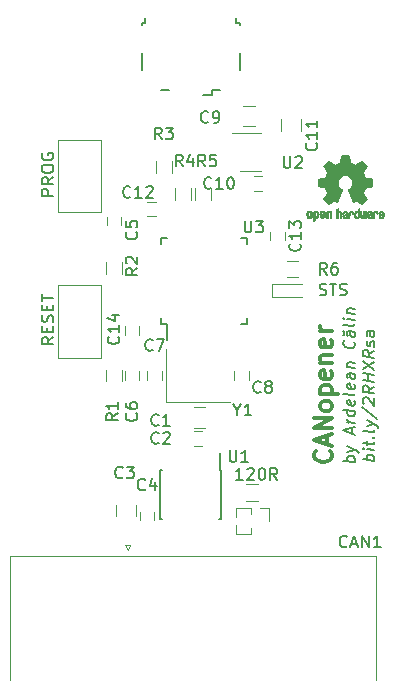
<source format=gbr>
G04 #@! TF.GenerationSoftware,KiCad,Pcbnew,(5.0.1)-3*
G04 #@! TF.CreationDate,2018-11-07T22:07:08+02:00*
G04 #@! TF.ProjectId,stm32-can,73746D33322D63616E2E6B696361645F,rev?*
G04 #@! TF.SameCoordinates,Original*
G04 #@! TF.FileFunction,Legend,Top*
G04 #@! TF.FilePolarity,Positive*
%FSLAX46Y46*%
G04 Gerber Fmt 4.6, Leading zero omitted, Abs format (unit mm)*
G04 Created by KiCad (PCBNEW (5.0.1)-3) date 07-Nov-18 10:07:08 PM*
%MOMM*%
%LPD*%
G01*
G04 APERTURE LIST*
%ADD10C,0.127000*%
%ADD11C,0.300000*%
%ADD12C,0.120000*%
%ADD13C,0.150000*%
%ADD14C,0.010000*%
G04 APERTURE END LIST*
D10*
X212542380Y-74535306D02*
X211542380Y-74410306D01*
X211923333Y-74457925D02*
X211875714Y-74356735D01*
X211875714Y-74166259D01*
X211923333Y-74076973D01*
X211970952Y-74035306D01*
X212066190Y-73999592D01*
X212351904Y-74035306D01*
X212447142Y-74094830D01*
X212494761Y-74148402D01*
X212542380Y-74249592D01*
X212542380Y-74440068D01*
X212494761Y-74529354D01*
X212542380Y-73630544D02*
X211875714Y-73547211D01*
X211542380Y-73505544D02*
X211590000Y-73559116D01*
X211637619Y-73517449D01*
X211590000Y-73463878D01*
X211542380Y-73505544D01*
X211637619Y-73517449D01*
X211875714Y-73213878D02*
X211875714Y-72832925D01*
X211542380Y-73029354D02*
X212399523Y-73136497D01*
X212494761Y-73100783D01*
X212542380Y-73011497D01*
X212542380Y-72916259D01*
X212447142Y-72571021D02*
X212494761Y-72529354D01*
X212542380Y-72582925D01*
X212494761Y-72624592D01*
X212447142Y-72571021D01*
X212542380Y-72582925D01*
X212542380Y-71963878D02*
X212494761Y-72053163D01*
X212399523Y-72088878D01*
X211542380Y-71981735D01*
X211875714Y-71594830D02*
X212542380Y-71440068D01*
X211875714Y-71118640D02*
X212542380Y-71440068D01*
X212780476Y-71565068D01*
X212828095Y-71618640D01*
X212875714Y-71719830D01*
X211494761Y-69975783D02*
X212780476Y-70993640D01*
X211637619Y-69707925D02*
X211590000Y-69654354D01*
X211542380Y-69553163D01*
X211542380Y-69315068D01*
X211590000Y-69225783D01*
X211637619Y-69184116D01*
X211732857Y-69148402D01*
X211828095Y-69160306D01*
X211970952Y-69225783D01*
X212542380Y-69868640D01*
X212542380Y-69249592D01*
X212542380Y-68249592D02*
X212066190Y-68523402D01*
X212542380Y-68821021D02*
X211542380Y-68696021D01*
X211542380Y-68315068D01*
X211590000Y-68225783D01*
X211637619Y-68184116D01*
X211732857Y-68148402D01*
X211875714Y-68166259D01*
X211970952Y-68225783D01*
X212018571Y-68279354D01*
X212066190Y-68380544D01*
X212066190Y-68761497D01*
X212542380Y-67821021D02*
X211542380Y-67696021D01*
X212018571Y-67755544D02*
X212018571Y-67184116D01*
X212542380Y-67249592D02*
X211542380Y-67124592D01*
X211542380Y-66743640D02*
X212542380Y-66201973D01*
X211542380Y-66076973D02*
X212542380Y-66868640D01*
X212542380Y-65249592D02*
X212066190Y-65523402D01*
X212542380Y-65821021D02*
X211542380Y-65696021D01*
X211542380Y-65315068D01*
X211590000Y-65225783D01*
X211637619Y-65184116D01*
X211732857Y-65148402D01*
X211875714Y-65166259D01*
X211970952Y-65225783D01*
X212018571Y-65279354D01*
X212066190Y-65380544D01*
X212066190Y-65761497D01*
X212494761Y-64862687D02*
X212542380Y-64773402D01*
X212542380Y-64582925D01*
X212494761Y-64481735D01*
X212399523Y-64422211D01*
X212351904Y-64416259D01*
X212256666Y-64451973D01*
X212209047Y-64541259D01*
X212209047Y-64684116D01*
X212161428Y-64773402D01*
X212066190Y-64809116D01*
X212018571Y-64803163D01*
X211923333Y-64743640D01*
X211875714Y-64642449D01*
X211875714Y-64499592D01*
X211923333Y-64410306D01*
X212542380Y-63582925D02*
X212018571Y-63517449D01*
X211923333Y-63553163D01*
X211875714Y-63642449D01*
X211875714Y-63832925D01*
X211923333Y-63934116D01*
X212494761Y-63576973D02*
X212542380Y-63678163D01*
X212542380Y-63916259D01*
X212494761Y-64005544D01*
X212399523Y-64041259D01*
X212304285Y-64029354D01*
X212209047Y-63969830D01*
X212161428Y-63868640D01*
X212161428Y-63630544D01*
X212113809Y-63529354D01*
X210891380Y-74646306D02*
X209891380Y-74521306D01*
X210272333Y-74568925D02*
X210224714Y-74467735D01*
X210224714Y-74277259D01*
X210272333Y-74187973D01*
X210319952Y-74146306D01*
X210415190Y-74110592D01*
X210700904Y-74146306D01*
X210796142Y-74205830D01*
X210843761Y-74259402D01*
X210891380Y-74360592D01*
X210891380Y-74551068D01*
X210843761Y-74640354D01*
X210224714Y-73753449D02*
X210891380Y-73598687D01*
X210224714Y-73277259D02*
X210891380Y-73598687D01*
X211129476Y-73723687D01*
X211177095Y-73777259D01*
X211224714Y-73878449D01*
X210605666Y-72229640D02*
X210605666Y-71753449D01*
X210891380Y-72360592D02*
X209891380Y-71902259D01*
X210891380Y-71693925D01*
X210891380Y-71360592D02*
X210224714Y-71277259D01*
X210415190Y-71301068D02*
X210319952Y-71241544D01*
X210272333Y-71187973D01*
X210224714Y-71086783D01*
X210224714Y-70991544D01*
X210891380Y-70312973D02*
X209891380Y-70187973D01*
X210843761Y-70307021D02*
X210891380Y-70408211D01*
X210891380Y-70598687D01*
X210843761Y-70687973D01*
X210796142Y-70729640D01*
X210700904Y-70765354D01*
X210415190Y-70729640D01*
X210319952Y-70670116D01*
X210272333Y-70616544D01*
X210224714Y-70515354D01*
X210224714Y-70324878D01*
X210272333Y-70235592D01*
X210843761Y-69449878D02*
X210891380Y-69551068D01*
X210891380Y-69741544D01*
X210843761Y-69830830D01*
X210748523Y-69866544D01*
X210367571Y-69818925D01*
X210272333Y-69759402D01*
X210224714Y-69658211D01*
X210224714Y-69467735D01*
X210272333Y-69378449D01*
X210367571Y-69342735D01*
X210462809Y-69354640D01*
X210558047Y-69842735D01*
X210891380Y-68836783D02*
X210843761Y-68926068D01*
X210748523Y-68961783D01*
X209891380Y-68854640D01*
X210843761Y-68068925D02*
X210891380Y-68170116D01*
X210891380Y-68360592D01*
X210843761Y-68449878D01*
X210748523Y-68485592D01*
X210367571Y-68437973D01*
X210272333Y-68378449D01*
X210224714Y-68277259D01*
X210224714Y-68086783D01*
X210272333Y-67997497D01*
X210367571Y-67961783D01*
X210462809Y-67973687D01*
X210558047Y-68461783D01*
X210891380Y-67170116D02*
X210367571Y-67104640D01*
X210272333Y-67140354D01*
X210224714Y-67229640D01*
X210224714Y-67420116D01*
X210272333Y-67521306D01*
X210843761Y-67164163D02*
X210891380Y-67265354D01*
X210891380Y-67503449D01*
X210843761Y-67592735D01*
X210748523Y-67628449D01*
X210653285Y-67616544D01*
X210558047Y-67557021D01*
X210510428Y-67455830D01*
X210510428Y-67217735D01*
X210462809Y-67116544D01*
X210224714Y-66610592D02*
X210891380Y-66693925D01*
X210319952Y-66622497D02*
X210272333Y-66568925D01*
X210224714Y-66467735D01*
X210224714Y-66324878D01*
X210272333Y-66235592D01*
X210367571Y-66199878D01*
X210891380Y-66265354D01*
X210796142Y-64443925D02*
X210843761Y-64497497D01*
X210891380Y-64646306D01*
X210891380Y-64741544D01*
X210843761Y-64878449D01*
X210748523Y-64961783D01*
X210653285Y-64997497D01*
X210462809Y-65021306D01*
X210319952Y-65003449D01*
X210129476Y-64932021D01*
X210034238Y-64872497D01*
X209939000Y-64765354D01*
X209891380Y-64616544D01*
X209891380Y-64521306D01*
X209939000Y-64384402D01*
X209986619Y-64342735D01*
X210891380Y-63598687D02*
X210367571Y-63533211D01*
X210272333Y-63568925D01*
X210224714Y-63658211D01*
X210224714Y-63848687D01*
X210272333Y-63949878D01*
X210843761Y-63592735D02*
X210891380Y-63693925D01*
X210891380Y-63932021D01*
X210843761Y-64021306D01*
X210748523Y-64057021D01*
X210653285Y-64045116D01*
X210558047Y-63985592D01*
X210510428Y-63884402D01*
X210510428Y-63646306D01*
X210462809Y-63545116D01*
X209843761Y-63896306D02*
X209939000Y-63860592D01*
X209986619Y-63771306D01*
X209986619Y-63676068D01*
X209939000Y-63574878D01*
X209843761Y-63515354D01*
X210891380Y-62979640D02*
X210843761Y-63068925D01*
X210748523Y-63104640D01*
X209891380Y-62997497D01*
X210891380Y-62598687D02*
X210224714Y-62515354D01*
X209891380Y-62473687D02*
X209939000Y-62527259D01*
X209986619Y-62485592D01*
X209939000Y-62432021D01*
X209891380Y-62473687D01*
X209986619Y-62485592D01*
X210224714Y-62039163D02*
X210891380Y-62122497D01*
X210319952Y-62051068D02*
X210272333Y-61997497D01*
X210224714Y-61896306D01*
X210224714Y-61753449D01*
X210272333Y-61664163D01*
X210367571Y-61628449D01*
X210891380Y-61693925D01*
D11*
X208815714Y-73711000D02*
X208887142Y-73782428D01*
X208958571Y-73996714D01*
X208958571Y-74139571D01*
X208887142Y-74353857D01*
X208744285Y-74496714D01*
X208601428Y-74568142D01*
X208315714Y-74639571D01*
X208101428Y-74639571D01*
X207815714Y-74568142D01*
X207672857Y-74496714D01*
X207530000Y-74353857D01*
X207458571Y-74139571D01*
X207458571Y-73996714D01*
X207530000Y-73782428D01*
X207601428Y-73711000D01*
X208530000Y-73139571D02*
X208530000Y-72425285D01*
X208958571Y-73282428D02*
X207458571Y-72782428D01*
X208958571Y-72282428D01*
X208958571Y-71782428D02*
X207458571Y-71782428D01*
X208958571Y-70925285D01*
X207458571Y-70925285D01*
X208958571Y-69996714D02*
X208887142Y-70139571D01*
X208815714Y-70211000D01*
X208672857Y-70282428D01*
X208244285Y-70282428D01*
X208101428Y-70211000D01*
X208030000Y-70139571D01*
X207958571Y-69996714D01*
X207958571Y-69782428D01*
X208030000Y-69639571D01*
X208101428Y-69568142D01*
X208244285Y-69496714D01*
X208672857Y-69496714D01*
X208815714Y-69568142D01*
X208887142Y-69639571D01*
X208958571Y-69782428D01*
X208958571Y-69996714D01*
X207958571Y-68853857D02*
X209458571Y-68853857D01*
X208030000Y-68853857D02*
X207958571Y-68711000D01*
X207958571Y-68425285D01*
X208030000Y-68282428D01*
X208101428Y-68211000D01*
X208244285Y-68139571D01*
X208672857Y-68139571D01*
X208815714Y-68211000D01*
X208887142Y-68282428D01*
X208958571Y-68425285D01*
X208958571Y-68711000D01*
X208887142Y-68853857D01*
X208887142Y-66925285D02*
X208958571Y-67068142D01*
X208958571Y-67353857D01*
X208887142Y-67496714D01*
X208744285Y-67568142D01*
X208172857Y-67568142D01*
X208030000Y-67496714D01*
X207958571Y-67353857D01*
X207958571Y-67068142D01*
X208030000Y-66925285D01*
X208172857Y-66853857D01*
X208315714Y-66853857D01*
X208458571Y-67568142D01*
X207958571Y-66211000D02*
X208958571Y-66211000D01*
X208101428Y-66211000D02*
X208030000Y-66139571D01*
X207958571Y-65996714D01*
X207958571Y-65782428D01*
X208030000Y-65639571D01*
X208172857Y-65568142D01*
X208958571Y-65568142D01*
X208887142Y-64282428D02*
X208958571Y-64425285D01*
X208958571Y-64711000D01*
X208887142Y-64853857D01*
X208744285Y-64925285D01*
X208172857Y-64925285D01*
X208030000Y-64853857D01*
X207958571Y-64711000D01*
X207958571Y-64425285D01*
X208030000Y-64282428D01*
X208172857Y-64211000D01*
X208315714Y-64211000D01*
X208458571Y-64925285D01*
X208958571Y-63568142D02*
X207958571Y-63568142D01*
X208244285Y-63568142D02*
X208101428Y-63496714D01*
X208030000Y-63425285D01*
X207958571Y-63282428D01*
X207958571Y-63139571D01*
D10*
X201398333Y-76144380D02*
X200826904Y-76144380D01*
X201112619Y-76144380D02*
X201112619Y-75144380D01*
X201017380Y-75287238D01*
X200922142Y-75382476D01*
X200826904Y-75430095D01*
X201779285Y-75239619D02*
X201826904Y-75192000D01*
X201922142Y-75144380D01*
X202160238Y-75144380D01*
X202255476Y-75192000D01*
X202303095Y-75239619D01*
X202350714Y-75334857D01*
X202350714Y-75430095D01*
X202303095Y-75572952D01*
X201731666Y-76144380D01*
X202350714Y-76144380D01*
X202969761Y-75144380D02*
X203065000Y-75144380D01*
X203160238Y-75192000D01*
X203207857Y-75239619D01*
X203255476Y-75334857D01*
X203303095Y-75525333D01*
X203303095Y-75763428D01*
X203255476Y-75953904D01*
X203207857Y-76049142D01*
X203160238Y-76096761D01*
X203065000Y-76144380D01*
X202969761Y-76144380D01*
X202874523Y-76096761D01*
X202826904Y-76049142D01*
X202779285Y-75953904D01*
X202731666Y-75763428D01*
X202731666Y-75525333D01*
X202779285Y-75334857D01*
X202826904Y-75239619D01*
X202874523Y-75192000D01*
X202969761Y-75144380D01*
X204303095Y-76144380D02*
X203969761Y-75668190D01*
X203731666Y-76144380D02*
X203731666Y-75144380D01*
X204112619Y-75144380D01*
X204207857Y-75192000D01*
X204255476Y-75239619D01*
X204303095Y-75334857D01*
X204303095Y-75477714D01*
X204255476Y-75572952D01*
X204207857Y-75620571D01*
X204112619Y-75668190D01*
X203731666Y-75668190D01*
X185364380Y-64063380D02*
X184888190Y-64396714D01*
X185364380Y-64634809D02*
X184364380Y-64634809D01*
X184364380Y-64253857D01*
X184412000Y-64158619D01*
X184459619Y-64111000D01*
X184554857Y-64063380D01*
X184697714Y-64063380D01*
X184792952Y-64111000D01*
X184840571Y-64158619D01*
X184888190Y-64253857D01*
X184888190Y-64634809D01*
X184840571Y-63634809D02*
X184840571Y-63301476D01*
X185364380Y-63158619D02*
X185364380Y-63634809D01*
X184364380Y-63634809D01*
X184364380Y-63158619D01*
X185316761Y-62777666D02*
X185364380Y-62634809D01*
X185364380Y-62396714D01*
X185316761Y-62301476D01*
X185269142Y-62253857D01*
X185173904Y-62206238D01*
X185078666Y-62206238D01*
X184983428Y-62253857D01*
X184935809Y-62301476D01*
X184888190Y-62396714D01*
X184840571Y-62587190D01*
X184792952Y-62682428D01*
X184745333Y-62730047D01*
X184650095Y-62777666D01*
X184554857Y-62777666D01*
X184459619Y-62730047D01*
X184412000Y-62682428D01*
X184364380Y-62587190D01*
X184364380Y-62349095D01*
X184412000Y-62206238D01*
X184840571Y-61777666D02*
X184840571Y-61444333D01*
X185364380Y-61301476D02*
X185364380Y-61777666D01*
X184364380Y-61777666D01*
X184364380Y-61301476D01*
X184364380Y-61015761D02*
X184364380Y-60444333D01*
X185364380Y-60730047D02*
X184364380Y-60730047D01*
X185364380Y-52077714D02*
X184364380Y-52077714D01*
X184364380Y-51696761D01*
X184412000Y-51601523D01*
X184459619Y-51553904D01*
X184554857Y-51506285D01*
X184697714Y-51506285D01*
X184792952Y-51553904D01*
X184840571Y-51601523D01*
X184888190Y-51696761D01*
X184888190Y-52077714D01*
X185364380Y-50506285D02*
X184888190Y-50839619D01*
X185364380Y-51077714D02*
X184364380Y-51077714D01*
X184364380Y-50696761D01*
X184412000Y-50601523D01*
X184459619Y-50553904D01*
X184554857Y-50506285D01*
X184697714Y-50506285D01*
X184792952Y-50553904D01*
X184840571Y-50601523D01*
X184888190Y-50696761D01*
X184888190Y-51077714D01*
X184364380Y-49887238D02*
X184364380Y-49696761D01*
X184412000Y-49601523D01*
X184507238Y-49506285D01*
X184697714Y-49458666D01*
X185031047Y-49458666D01*
X185221523Y-49506285D01*
X185316761Y-49601523D01*
X185364380Y-49696761D01*
X185364380Y-49887238D01*
X185316761Y-49982476D01*
X185221523Y-50077714D01*
X185031047Y-50125333D01*
X184697714Y-50125333D01*
X184507238Y-50077714D01*
X184412000Y-49982476D01*
X184364380Y-49887238D01*
X184412000Y-48506285D02*
X184364380Y-48601523D01*
X184364380Y-48744380D01*
X184412000Y-48887238D01*
X184507238Y-48982476D01*
X184602476Y-49030095D01*
X184792952Y-49077714D01*
X184935809Y-49077714D01*
X185126285Y-49030095D01*
X185221523Y-48982476D01*
X185316761Y-48887238D01*
X185364380Y-48744380D01*
X185364380Y-48649142D01*
X185316761Y-48506285D01*
X185269142Y-48458666D01*
X184935809Y-48458666D01*
X184935809Y-48649142D01*
X207899142Y-60475761D02*
X208042000Y-60523380D01*
X208280095Y-60523380D01*
X208375333Y-60475761D01*
X208422952Y-60428142D01*
X208470571Y-60332904D01*
X208470571Y-60237666D01*
X208422952Y-60142428D01*
X208375333Y-60094809D01*
X208280095Y-60047190D01*
X208089619Y-59999571D01*
X207994380Y-59951952D01*
X207946761Y-59904333D01*
X207899142Y-59809095D01*
X207899142Y-59713857D01*
X207946761Y-59618619D01*
X207994380Y-59571000D01*
X208089619Y-59523380D01*
X208327714Y-59523380D01*
X208470571Y-59571000D01*
X208756285Y-59523380D02*
X209327714Y-59523380D01*
X209042000Y-60523380D02*
X209042000Y-59523380D01*
X209613428Y-60475761D02*
X209756285Y-60523380D01*
X209994380Y-60523380D01*
X210089619Y-60475761D01*
X210137238Y-60428142D01*
X210184857Y-60332904D01*
X210184857Y-60237666D01*
X210137238Y-60142428D01*
X210089619Y-60094809D01*
X209994380Y-60047190D01*
X209803904Y-59999571D01*
X209708666Y-59951952D01*
X209661047Y-59904333D01*
X209613428Y-59809095D01*
X209613428Y-59713857D01*
X209661047Y-59618619D01*
X209708666Y-59571000D01*
X209803904Y-59523380D01*
X210042000Y-59523380D01*
X210184857Y-59571000D01*
D12*
G04 #@! TO.C,JP1*
X200854000Y-78519000D02*
X200854000Y-79321470D01*
X200854000Y-79936530D02*
X200854000Y-80739000D01*
X202059000Y-78519000D02*
X200854000Y-78519000D01*
X202059000Y-80739000D02*
X200854000Y-80739000D01*
X202059000Y-78519000D02*
X202059000Y-79065529D01*
X202059000Y-80192471D02*
X202059000Y-80739000D01*
X202819000Y-78519000D02*
X203579000Y-78519000D01*
X203579000Y-78519000D02*
X203579000Y-79629000D01*
G04 #@! TO.C,C1*
X197239000Y-71716000D02*
X198239000Y-71716000D01*
X198239000Y-70016000D02*
X197239000Y-70016000D01*
G04 #@! TO.C,C2*
X197262000Y-72044000D02*
X197962000Y-72044000D01*
X197962000Y-73244000D02*
X197262000Y-73244000D01*
G04 #@! TO.C,C3*
X190666000Y-78240000D02*
X190666000Y-79240000D01*
X192366000Y-79240000D02*
X192366000Y-78240000D01*
G04 #@! TO.C,C4*
X193894000Y-78832000D02*
X193894000Y-79532000D01*
X192694000Y-79532000D02*
X192694000Y-78832000D01*
G04 #@! TO.C,C5*
X191100000Y-53879000D02*
X191100000Y-54579000D01*
X189900000Y-54579000D02*
X189900000Y-53879000D01*
G04 #@! TO.C,C6*
X192624000Y-66960000D02*
X192624000Y-67660000D01*
X191424000Y-67660000D02*
X191424000Y-66960000D01*
G04 #@! TO.C,C7*
X193329000Y-67660000D02*
X193329000Y-66960000D01*
X194529000Y-66960000D02*
X194529000Y-67660000D01*
G04 #@! TO.C,C8*
X200695000Y-67660000D02*
X200695000Y-66960000D01*
X201895000Y-66960000D02*
X201895000Y-67660000D01*
G04 #@! TO.C,C9*
X201430000Y-46189000D02*
X202430000Y-46189000D01*
X202430000Y-44489000D02*
X201430000Y-44489000D01*
G04 #@! TO.C,C10*
X202342000Y-50454000D02*
X203042000Y-50454000D01*
X203042000Y-51654000D02*
X202342000Y-51654000D01*
G04 #@! TO.C,C11*
X204636000Y-45601000D02*
X204636000Y-46601000D01*
X206336000Y-46601000D02*
X206336000Y-45601000D01*
G04 #@! TO.C,C12*
X194025000Y-53813000D02*
X193325000Y-53813000D01*
X193325000Y-52613000D02*
X194025000Y-52613000D01*
G04 #@! TO.C,C13*
X203743000Y-55849000D02*
X203743000Y-55149000D01*
X204943000Y-55149000D02*
X204943000Y-55849000D01*
G04 #@! TO.C,C14*
X191424000Y-63850000D02*
X191424000Y-63150000D01*
X192624000Y-63150000D02*
X192624000Y-63850000D01*
G04 #@! TO.C,CAN1*
X181698000Y-93064000D02*
X181698000Y-82584000D01*
X181698000Y-82584000D02*
X212668000Y-82584000D01*
X212668000Y-82584000D02*
X212668000Y-93064000D01*
X191393000Y-81689662D02*
X191893000Y-81689662D01*
X191893000Y-81689662D02*
X191643000Y-82122675D01*
X191643000Y-82122675D02*
X191393000Y-81689662D01*
D13*
G04 #@! TO.C,J1*
X195177000Y-43167000D02*
X194452000Y-43167000D01*
X198777000Y-43167000D02*
X199502000Y-43167000D01*
X198777000Y-43592000D02*
X198777000Y-43167000D01*
X198052000Y-43592000D02*
X198777000Y-43592000D01*
X192827000Y-40017000D02*
X192827000Y-41417000D01*
X192827000Y-37467000D02*
X192827000Y-37617000D01*
X193127000Y-37467000D02*
X192827000Y-37467000D01*
X193127000Y-37017000D02*
X193127000Y-37467000D01*
X200827000Y-37467000D02*
X200827000Y-37017000D01*
X201127000Y-37467000D02*
X200827000Y-37467000D01*
X201127000Y-37617000D02*
X201127000Y-37467000D01*
X201127000Y-41417000D02*
X201127000Y-40017000D01*
D12*
G04 #@! TO.C,R1*
X189820000Y-67810000D02*
X189820000Y-66810000D01*
X191180000Y-66810000D02*
X191180000Y-67810000D01*
G04 #@! TO.C,R2*
X191180000Y-57709000D02*
X191180000Y-58709000D01*
X189820000Y-58709000D02*
X189820000Y-57709000D01*
G04 #@! TO.C,R3*
X194011000Y-50157000D02*
X194011000Y-49157000D01*
X195371000Y-49157000D02*
X195371000Y-50157000D01*
G04 #@! TO.C,R4*
X195662000Y-52443000D02*
X195662000Y-51443000D01*
X197022000Y-51443000D02*
X197022000Y-52443000D01*
G04 #@! TO.C,R5*
X197313000Y-52443000D02*
X197313000Y-51443000D01*
X198673000Y-51443000D02*
X198673000Y-52443000D01*
G04 #@! TO.C,R6*
X206113000Y-58973000D02*
X205113000Y-58973000D01*
X205113000Y-57613000D02*
X206113000Y-57613000D01*
G04 #@! TO.C,Rterm1*
X201684000Y-76536000D02*
X202684000Y-76536000D01*
X202684000Y-77896000D02*
X201684000Y-77896000D01*
G04 #@! TO.C,SW1*
X189389000Y-47359000D02*
X189389000Y-53479000D01*
X189389000Y-53479000D02*
X185769000Y-53479000D01*
X185769000Y-53479000D02*
X185769000Y-47359000D01*
X185769000Y-47359000D02*
X189389000Y-47359000D01*
G04 #@! TO.C,SW2*
X189389000Y-65798000D02*
X185769000Y-65798000D01*
X189389000Y-59678000D02*
X189389000Y-65798000D01*
X185769000Y-59678000D02*
X189389000Y-59678000D01*
X185769000Y-65798000D02*
X185769000Y-59678000D01*
G04 #@! TO.C,TXLED1*
X203856000Y-59521000D02*
X206456000Y-59521000D01*
X203856000Y-60621000D02*
X206456000Y-60621000D01*
X203856000Y-59521000D02*
X203856000Y-60621000D01*
D13*
G04 #@! TO.C,U1*
X199502000Y-75268000D02*
X199502000Y-73868000D01*
X194402000Y-75268000D02*
X194402000Y-79418000D01*
X199552000Y-75268000D02*
X199552000Y-79418000D01*
X194402000Y-75268000D02*
X194547000Y-75268000D01*
X194402000Y-79418000D02*
X194547000Y-79418000D01*
X199552000Y-79418000D02*
X199407000Y-79418000D01*
X199552000Y-75268000D02*
X199502000Y-75268000D01*
D12*
G04 #@! TO.C,U2*
X202957000Y-46777000D02*
X200507000Y-46777000D01*
X201157000Y-49997000D02*
X202957000Y-49997000D01*
D13*
G04 #@! TO.C,U3*
X194945000Y-62934000D02*
X194945000Y-64309000D01*
X194495000Y-55684000D02*
X194495000Y-56209000D01*
X201745000Y-55684000D02*
X201745000Y-56209000D01*
X201745000Y-62934000D02*
X201745000Y-62409000D01*
X194495000Y-62934000D02*
X194495000Y-62409000D01*
X201745000Y-62934000D02*
X201220000Y-62934000D01*
X201745000Y-55684000D02*
X201220000Y-55684000D01*
X194495000Y-55684000D02*
X195020000Y-55684000D01*
X194495000Y-62934000D02*
X194945000Y-62934000D01*
D12*
G04 #@! TO.C,Y1*
X194912000Y-69560000D02*
X200312000Y-69560000D01*
X194912000Y-65060000D02*
X194912000Y-69560000D01*
D14*
G04 #@! TO.C,REF\002A\002A\002A*
G36*
X207657744Y-53354918D02*
X207713201Y-53382568D01*
X207762148Y-53433480D01*
X207775629Y-53452338D01*
X207790314Y-53477015D01*
X207799842Y-53503816D01*
X207805293Y-53539587D01*
X207807747Y-53591169D01*
X207808286Y-53659267D01*
X207805852Y-53752588D01*
X207797394Y-53822657D01*
X207781174Y-53874931D01*
X207755454Y-53914869D01*
X207718497Y-53947929D01*
X207715782Y-53949886D01*
X207679360Y-53969908D01*
X207635502Y-53979815D01*
X207579724Y-53982257D01*
X207489048Y-53982257D01*
X207489010Y-54070283D01*
X207488166Y-54119308D01*
X207483024Y-54148065D01*
X207469587Y-54165311D01*
X207443858Y-54179808D01*
X207437679Y-54182769D01*
X207408764Y-54196648D01*
X207386376Y-54205414D01*
X207369729Y-54206171D01*
X207358036Y-54196023D01*
X207350510Y-54172073D01*
X207346366Y-54131426D01*
X207344815Y-54071186D01*
X207345071Y-53988455D01*
X207346349Y-53880339D01*
X207346748Y-53848000D01*
X207348185Y-53736524D01*
X207349472Y-53663603D01*
X207488971Y-53663603D01*
X207489755Y-53725499D01*
X207493240Y-53765997D01*
X207501124Y-53792708D01*
X207515105Y-53813244D01*
X207524597Y-53823260D01*
X207563404Y-53852567D01*
X207597763Y-53854952D01*
X207633216Y-53830750D01*
X207634114Y-53829857D01*
X207648539Y-53811153D01*
X207657313Y-53785732D01*
X207661739Y-53746584D01*
X207663118Y-53686697D01*
X207663143Y-53673430D01*
X207659812Y-53590901D01*
X207648969Y-53533691D01*
X207629340Y-53498766D01*
X207599650Y-53483094D01*
X207582491Y-53481514D01*
X207541766Y-53488926D01*
X207513832Y-53513330D01*
X207497017Y-53557980D01*
X207489650Y-53626130D01*
X207488971Y-53663603D01*
X207349472Y-53663603D01*
X207349708Y-53650245D01*
X207351677Y-53585333D01*
X207354450Y-53537958D01*
X207358388Y-53504290D01*
X207363849Y-53480498D01*
X207371192Y-53462753D01*
X207380777Y-53447224D01*
X207384887Y-53441381D01*
X207439405Y-53386185D01*
X207508336Y-53354890D01*
X207588072Y-53346165D01*
X207657744Y-53354918D01*
X207657744Y-53354918D01*
G37*
X207657744Y-53354918D02*
X207713201Y-53382568D01*
X207762148Y-53433480D01*
X207775629Y-53452338D01*
X207790314Y-53477015D01*
X207799842Y-53503816D01*
X207805293Y-53539587D01*
X207807747Y-53591169D01*
X207808286Y-53659267D01*
X207805852Y-53752588D01*
X207797394Y-53822657D01*
X207781174Y-53874931D01*
X207755454Y-53914869D01*
X207718497Y-53947929D01*
X207715782Y-53949886D01*
X207679360Y-53969908D01*
X207635502Y-53979815D01*
X207579724Y-53982257D01*
X207489048Y-53982257D01*
X207489010Y-54070283D01*
X207488166Y-54119308D01*
X207483024Y-54148065D01*
X207469587Y-54165311D01*
X207443858Y-54179808D01*
X207437679Y-54182769D01*
X207408764Y-54196648D01*
X207386376Y-54205414D01*
X207369729Y-54206171D01*
X207358036Y-54196023D01*
X207350510Y-54172073D01*
X207346366Y-54131426D01*
X207344815Y-54071186D01*
X207345071Y-53988455D01*
X207346349Y-53880339D01*
X207346748Y-53848000D01*
X207348185Y-53736524D01*
X207349472Y-53663603D01*
X207488971Y-53663603D01*
X207489755Y-53725499D01*
X207493240Y-53765997D01*
X207501124Y-53792708D01*
X207515105Y-53813244D01*
X207524597Y-53823260D01*
X207563404Y-53852567D01*
X207597763Y-53854952D01*
X207633216Y-53830750D01*
X207634114Y-53829857D01*
X207648539Y-53811153D01*
X207657313Y-53785732D01*
X207661739Y-53746584D01*
X207663118Y-53686697D01*
X207663143Y-53673430D01*
X207659812Y-53590901D01*
X207648969Y-53533691D01*
X207629340Y-53498766D01*
X207599650Y-53483094D01*
X207582491Y-53481514D01*
X207541766Y-53488926D01*
X207513832Y-53513330D01*
X207497017Y-53557980D01*
X207489650Y-53626130D01*
X207488971Y-53663603D01*
X207349472Y-53663603D01*
X207349708Y-53650245D01*
X207351677Y-53585333D01*
X207354450Y-53537958D01*
X207358388Y-53504290D01*
X207363849Y-53480498D01*
X207371192Y-53462753D01*
X207380777Y-53447224D01*
X207384887Y-53441381D01*
X207439405Y-53386185D01*
X207508336Y-53354890D01*
X207588072Y-53346165D01*
X207657744Y-53354918D01*
G36*
X208774093Y-53362780D02*
X208820672Y-53389723D01*
X208853057Y-53416466D01*
X208876742Y-53444484D01*
X208893059Y-53478748D01*
X208903339Y-53524227D01*
X208908914Y-53585892D01*
X208911116Y-53668711D01*
X208911371Y-53728246D01*
X208911371Y-53947391D01*
X208849686Y-53975044D01*
X208788000Y-54002697D01*
X208780743Y-53762670D01*
X208777744Y-53673028D01*
X208774598Y-53607962D01*
X208770701Y-53563026D01*
X208765447Y-53533770D01*
X208758231Y-53515748D01*
X208748450Y-53504511D01*
X208745312Y-53502079D01*
X208697761Y-53483083D01*
X208649697Y-53490600D01*
X208621086Y-53510543D01*
X208609447Y-53524675D01*
X208601391Y-53543220D01*
X208596271Y-53571334D01*
X208593441Y-53614173D01*
X208592256Y-53676895D01*
X208592057Y-53742261D01*
X208592018Y-53824268D01*
X208590614Y-53882316D01*
X208585914Y-53921465D01*
X208575987Y-53946780D01*
X208558903Y-53963323D01*
X208532732Y-53976156D01*
X208497775Y-53989491D01*
X208459596Y-54004007D01*
X208464141Y-53746389D01*
X208465971Y-53653519D01*
X208468112Y-53584889D01*
X208471181Y-53535711D01*
X208475794Y-53501198D01*
X208482568Y-53476562D01*
X208492119Y-53457016D01*
X208503634Y-53439770D01*
X208559190Y-53384680D01*
X208626980Y-53352822D01*
X208700713Y-53345191D01*
X208774093Y-53362780D01*
X208774093Y-53362780D01*
G37*
X208774093Y-53362780D02*
X208820672Y-53389723D01*
X208853057Y-53416466D01*
X208876742Y-53444484D01*
X208893059Y-53478748D01*
X208903339Y-53524227D01*
X208908914Y-53585892D01*
X208911116Y-53668711D01*
X208911371Y-53728246D01*
X208911371Y-53947391D01*
X208849686Y-53975044D01*
X208788000Y-54002697D01*
X208780743Y-53762670D01*
X208777744Y-53673028D01*
X208774598Y-53607962D01*
X208770701Y-53563026D01*
X208765447Y-53533770D01*
X208758231Y-53515748D01*
X208748450Y-53504511D01*
X208745312Y-53502079D01*
X208697761Y-53483083D01*
X208649697Y-53490600D01*
X208621086Y-53510543D01*
X208609447Y-53524675D01*
X208601391Y-53543220D01*
X208596271Y-53571334D01*
X208593441Y-53614173D01*
X208592256Y-53676895D01*
X208592057Y-53742261D01*
X208592018Y-53824268D01*
X208590614Y-53882316D01*
X208585914Y-53921465D01*
X208575987Y-53946780D01*
X208558903Y-53963323D01*
X208532732Y-53976156D01*
X208497775Y-53989491D01*
X208459596Y-54004007D01*
X208464141Y-53746389D01*
X208465971Y-53653519D01*
X208468112Y-53584889D01*
X208471181Y-53535711D01*
X208475794Y-53501198D01*
X208482568Y-53476562D01*
X208492119Y-53457016D01*
X208503634Y-53439770D01*
X208559190Y-53384680D01*
X208626980Y-53352822D01*
X208700713Y-53345191D01*
X208774093Y-53362780D01*
G36*
X207099115Y-53356962D02*
X207167145Y-53392733D01*
X207217351Y-53450301D01*
X207235185Y-53487312D01*
X207249063Y-53542882D01*
X207256167Y-53613096D01*
X207256840Y-53689727D01*
X207251427Y-53764552D01*
X207240270Y-53829342D01*
X207223714Y-53875873D01*
X207218626Y-53883887D01*
X207158355Y-53943707D01*
X207086769Y-53979535D01*
X207009092Y-53990020D01*
X206930548Y-53973810D01*
X206908689Y-53964092D01*
X206866122Y-53934143D01*
X206828763Y-53894433D01*
X206825232Y-53889397D01*
X206810881Y-53865124D01*
X206801394Y-53839178D01*
X206795790Y-53805022D01*
X206793086Y-53756119D01*
X206792299Y-53685935D01*
X206792286Y-53670200D01*
X206792322Y-53665192D01*
X206937429Y-53665192D01*
X206938273Y-53731430D01*
X206941596Y-53775386D01*
X206948583Y-53803779D01*
X206960416Y-53823325D01*
X206966457Y-53829857D01*
X207001186Y-53854680D01*
X207034903Y-53853548D01*
X207068995Y-53832016D01*
X207089329Y-53809029D01*
X207101371Y-53775478D01*
X207108134Y-53722569D01*
X207108598Y-53716399D01*
X207109752Y-53620513D01*
X207097688Y-53549299D01*
X207072570Y-53503194D01*
X207034560Y-53482635D01*
X207020992Y-53481514D01*
X206985364Y-53487152D01*
X206960994Y-53506686D01*
X206946093Y-53544042D01*
X206938875Y-53603150D01*
X206937429Y-53665192D01*
X206792322Y-53665192D01*
X206792826Y-53595413D01*
X206795096Y-53543159D01*
X206800068Y-53506949D01*
X206808713Y-53480299D01*
X206822005Y-53456722D01*
X206824943Y-53452338D01*
X206874313Y-53393249D01*
X206928109Y-53358947D01*
X206993602Y-53345331D01*
X207015842Y-53344665D01*
X207099115Y-53356962D01*
X207099115Y-53356962D01*
G37*
X207099115Y-53356962D02*
X207167145Y-53392733D01*
X207217351Y-53450301D01*
X207235185Y-53487312D01*
X207249063Y-53542882D01*
X207256167Y-53613096D01*
X207256840Y-53689727D01*
X207251427Y-53764552D01*
X207240270Y-53829342D01*
X207223714Y-53875873D01*
X207218626Y-53883887D01*
X207158355Y-53943707D01*
X207086769Y-53979535D01*
X207009092Y-53990020D01*
X206930548Y-53973810D01*
X206908689Y-53964092D01*
X206866122Y-53934143D01*
X206828763Y-53894433D01*
X206825232Y-53889397D01*
X206810881Y-53865124D01*
X206801394Y-53839178D01*
X206795790Y-53805022D01*
X206793086Y-53756119D01*
X206792299Y-53685935D01*
X206792286Y-53670200D01*
X206792322Y-53665192D01*
X206937429Y-53665192D01*
X206938273Y-53731430D01*
X206941596Y-53775386D01*
X206948583Y-53803779D01*
X206960416Y-53823325D01*
X206966457Y-53829857D01*
X207001186Y-53854680D01*
X207034903Y-53853548D01*
X207068995Y-53832016D01*
X207089329Y-53809029D01*
X207101371Y-53775478D01*
X207108134Y-53722569D01*
X207108598Y-53716399D01*
X207109752Y-53620513D01*
X207097688Y-53549299D01*
X207072570Y-53503194D01*
X207034560Y-53482635D01*
X207020992Y-53481514D01*
X206985364Y-53487152D01*
X206960994Y-53506686D01*
X206946093Y-53544042D01*
X206938875Y-53603150D01*
X206937429Y-53665192D01*
X206792322Y-53665192D01*
X206792826Y-53595413D01*
X206795096Y-53543159D01*
X206800068Y-53506949D01*
X206808713Y-53480299D01*
X206822005Y-53456722D01*
X206824943Y-53452338D01*
X206874313Y-53393249D01*
X206928109Y-53358947D01*
X206993602Y-53345331D01*
X207015842Y-53344665D01*
X207099115Y-53356962D01*
G36*
X208226303Y-53366239D02*
X208283527Y-53404735D01*
X208327749Y-53460335D01*
X208354167Y-53531086D01*
X208359510Y-53583162D01*
X208358903Y-53604893D01*
X208353822Y-53621531D01*
X208339855Y-53636437D01*
X208312589Y-53652973D01*
X208267612Y-53674498D01*
X208200511Y-53704374D01*
X208200171Y-53704524D01*
X208138407Y-53732813D01*
X208087759Y-53757933D01*
X208053404Y-53777179D01*
X208040518Y-53787848D01*
X208040514Y-53787934D01*
X208051872Y-53811166D01*
X208078431Y-53836774D01*
X208108923Y-53855221D01*
X208124370Y-53858886D01*
X208166515Y-53846212D01*
X208202808Y-53814471D01*
X208220517Y-53779572D01*
X208237552Y-53753845D01*
X208270922Y-53724546D01*
X208310149Y-53699235D01*
X208344756Y-53685471D01*
X208351993Y-53684714D01*
X208360139Y-53697160D01*
X208360630Y-53728972D01*
X208354643Y-53771866D01*
X208343357Y-53817558D01*
X208327950Y-53857761D01*
X208327171Y-53859322D01*
X208280804Y-53924062D01*
X208220711Y-53968097D01*
X208152465Y-53989711D01*
X208081638Y-53987185D01*
X208013804Y-53958804D01*
X208010788Y-53956808D01*
X207957427Y-53908448D01*
X207922340Y-53845352D01*
X207902922Y-53762387D01*
X207900316Y-53739078D01*
X207895701Y-53629055D01*
X207901233Y-53577748D01*
X208040514Y-53577748D01*
X208042324Y-53609753D01*
X208052222Y-53619093D01*
X208076898Y-53612105D01*
X208115795Y-53595587D01*
X208159275Y-53574881D01*
X208160356Y-53574333D01*
X208197209Y-53554949D01*
X208212000Y-53542013D01*
X208208353Y-53528451D01*
X208192995Y-53510632D01*
X208153923Y-53484845D01*
X208111846Y-53482950D01*
X208074103Y-53501717D01*
X208048034Y-53537915D01*
X208040514Y-53577748D01*
X207901233Y-53577748D01*
X207905194Y-53541027D01*
X207929550Y-53471212D01*
X207963456Y-53422302D01*
X208024653Y-53372878D01*
X208092063Y-53348359D01*
X208160880Y-53346797D01*
X208226303Y-53366239D01*
X208226303Y-53366239D01*
G37*
X208226303Y-53366239D02*
X208283527Y-53404735D01*
X208327749Y-53460335D01*
X208354167Y-53531086D01*
X208359510Y-53583162D01*
X208358903Y-53604893D01*
X208353822Y-53621531D01*
X208339855Y-53636437D01*
X208312589Y-53652973D01*
X208267612Y-53674498D01*
X208200511Y-53704374D01*
X208200171Y-53704524D01*
X208138407Y-53732813D01*
X208087759Y-53757933D01*
X208053404Y-53777179D01*
X208040518Y-53787848D01*
X208040514Y-53787934D01*
X208051872Y-53811166D01*
X208078431Y-53836774D01*
X208108923Y-53855221D01*
X208124370Y-53858886D01*
X208166515Y-53846212D01*
X208202808Y-53814471D01*
X208220517Y-53779572D01*
X208237552Y-53753845D01*
X208270922Y-53724546D01*
X208310149Y-53699235D01*
X208344756Y-53685471D01*
X208351993Y-53684714D01*
X208360139Y-53697160D01*
X208360630Y-53728972D01*
X208354643Y-53771866D01*
X208343357Y-53817558D01*
X208327950Y-53857761D01*
X208327171Y-53859322D01*
X208280804Y-53924062D01*
X208220711Y-53968097D01*
X208152465Y-53989711D01*
X208081638Y-53987185D01*
X208013804Y-53958804D01*
X208010788Y-53956808D01*
X207957427Y-53908448D01*
X207922340Y-53845352D01*
X207902922Y-53762387D01*
X207900316Y-53739078D01*
X207895701Y-53629055D01*
X207901233Y-53577748D01*
X208040514Y-53577748D01*
X208042324Y-53609753D01*
X208052222Y-53619093D01*
X208076898Y-53612105D01*
X208115795Y-53595587D01*
X208159275Y-53574881D01*
X208160356Y-53574333D01*
X208197209Y-53554949D01*
X208212000Y-53542013D01*
X208208353Y-53528451D01*
X208192995Y-53510632D01*
X208153923Y-53484845D01*
X208111846Y-53482950D01*
X208074103Y-53501717D01*
X208048034Y-53537915D01*
X208040514Y-53577748D01*
X207901233Y-53577748D01*
X207905194Y-53541027D01*
X207929550Y-53471212D01*
X207963456Y-53422302D01*
X208024653Y-53372878D01*
X208092063Y-53348359D01*
X208160880Y-53346797D01*
X208226303Y-53366239D01*
G36*
X209433886Y-53286289D02*
X209438139Y-53345613D01*
X209443025Y-53380572D01*
X209449795Y-53395820D01*
X209459702Y-53396015D01*
X209462914Y-53394195D01*
X209505644Y-53381015D01*
X209561227Y-53381785D01*
X209617737Y-53395333D01*
X209653082Y-53412861D01*
X209689321Y-53440861D01*
X209715813Y-53472549D01*
X209733999Y-53512813D01*
X209745322Y-53566543D01*
X209751222Y-53638626D01*
X209753143Y-53733951D01*
X209753177Y-53752237D01*
X209753200Y-53957646D01*
X209707491Y-53973580D01*
X209675027Y-53984420D01*
X209657215Y-53989468D01*
X209656691Y-53989514D01*
X209654937Y-53975828D01*
X209653444Y-53938076D01*
X209652326Y-53881224D01*
X209651697Y-53810234D01*
X209651600Y-53767073D01*
X209651398Y-53681973D01*
X209650358Y-53620981D01*
X209647831Y-53579177D01*
X209643164Y-53551642D01*
X209635707Y-53533456D01*
X209624811Y-53519698D01*
X209618007Y-53513073D01*
X209571272Y-53486375D01*
X209520272Y-53484375D01*
X209474001Y-53506955D01*
X209465444Y-53515107D01*
X209452893Y-53530436D01*
X209444188Y-53548618D01*
X209438631Y-53574909D01*
X209435526Y-53614562D01*
X209434176Y-53672832D01*
X209433886Y-53753173D01*
X209433886Y-53957646D01*
X209388177Y-53973580D01*
X209355713Y-53984420D01*
X209337901Y-53989468D01*
X209337377Y-53989514D01*
X209336037Y-53975623D01*
X209334828Y-53936439D01*
X209333801Y-53875700D01*
X209333002Y-53797141D01*
X209332481Y-53704498D01*
X209332286Y-53601509D01*
X209332286Y-53204342D01*
X209379457Y-53184444D01*
X209426629Y-53164547D01*
X209433886Y-53286289D01*
X209433886Y-53286289D01*
G37*
X209433886Y-53286289D02*
X209438139Y-53345613D01*
X209443025Y-53380572D01*
X209449795Y-53395820D01*
X209459702Y-53396015D01*
X209462914Y-53394195D01*
X209505644Y-53381015D01*
X209561227Y-53381785D01*
X209617737Y-53395333D01*
X209653082Y-53412861D01*
X209689321Y-53440861D01*
X209715813Y-53472549D01*
X209733999Y-53512813D01*
X209745322Y-53566543D01*
X209751222Y-53638626D01*
X209753143Y-53733951D01*
X209753177Y-53752237D01*
X209753200Y-53957646D01*
X209707491Y-53973580D01*
X209675027Y-53984420D01*
X209657215Y-53989468D01*
X209656691Y-53989514D01*
X209654937Y-53975828D01*
X209653444Y-53938076D01*
X209652326Y-53881224D01*
X209651697Y-53810234D01*
X209651600Y-53767073D01*
X209651398Y-53681973D01*
X209650358Y-53620981D01*
X209647831Y-53579177D01*
X209643164Y-53551642D01*
X209635707Y-53533456D01*
X209624811Y-53519698D01*
X209618007Y-53513073D01*
X209571272Y-53486375D01*
X209520272Y-53484375D01*
X209474001Y-53506955D01*
X209465444Y-53515107D01*
X209452893Y-53530436D01*
X209444188Y-53548618D01*
X209438631Y-53574909D01*
X209435526Y-53614562D01*
X209434176Y-53672832D01*
X209433886Y-53753173D01*
X209433886Y-53957646D01*
X209388177Y-53973580D01*
X209355713Y-53984420D01*
X209337901Y-53989468D01*
X209337377Y-53989514D01*
X209336037Y-53975623D01*
X209334828Y-53936439D01*
X209333801Y-53875700D01*
X209333002Y-53797141D01*
X209332481Y-53704498D01*
X209332286Y-53601509D01*
X209332286Y-53204342D01*
X209379457Y-53184444D01*
X209426629Y-53164547D01*
X209433886Y-53286289D01*
G36*
X210097744Y-53385968D02*
X210154616Y-53407087D01*
X210155267Y-53407493D01*
X210190440Y-53433380D01*
X210216407Y-53463633D01*
X210234670Y-53503058D01*
X210246732Y-53556462D01*
X210254096Y-53628651D01*
X210258264Y-53724432D01*
X210258629Y-53738078D01*
X210263876Y-53943842D01*
X210219716Y-53966678D01*
X210187763Y-53982110D01*
X210168470Y-53989423D01*
X210167578Y-53989514D01*
X210164239Y-53976022D01*
X210161587Y-53939626D01*
X210159956Y-53886452D01*
X210159600Y-53843393D01*
X210159592Y-53773641D01*
X210156403Y-53729837D01*
X210145288Y-53708944D01*
X210121501Y-53707925D01*
X210080296Y-53723741D01*
X210018086Y-53752815D01*
X209972341Y-53776963D01*
X209948813Y-53797913D01*
X209941896Y-53820747D01*
X209941886Y-53821877D01*
X209953299Y-53861212D01*
X209987092Y-53882462D01*
X210038809Y-53885539D01*
X210076061Y-53885006D01*
X210095703Y-53895735D01*
X210107952Y-53921505D01*
X210115002Y-53954337D01*
X210104842Y-53972966D01*
X210101017Y-53975632D01*
X210065001Y-53986340D01*
X210014566Y-53987856D01*
X209962626Y-53980759D01*
X209925822Y-53967788D01*
X209874938Y-53924585D01*
X209846014Y-53864446D01*
X209840286Y-53817462D01*
X209844657Y-53775082D01*
X209860475Y-53740488D01*
X209891797Y-53709763D01*
X209942678Y-53678990D01*
X210017176Y-53644252D01*
X210021714Y-53642288D01*
X210088821Y-53611287D01*
X210130232Y-53585862D01*
X210147981Y-53563014D01*
X210144107Y-53539745D01*
X210120643Y-53513056D01*
X210113627Y-53506914D01*
X210066630Y-53483100D01*
X210017933Y-53484103D01*
X209975522Y-53507451D01*
X209947384Y-53550675D01*
X209944769Y-53559160D01*
X209919308Y-53600308D01*
X209887001Y-53620128D01*
X209840286Y-53639770D01*
X209840286Y-53588950D01*
X209854496Y-53515082D01*
X209896675Y-53447327D01*
X209918624Y-53424661D01*
X209968517Y-53395569D01*
X210031967Y-53382400D01*
X210097744Y-53385968D01*
X210097744Y-53385968D01*
G37*
X210097744Y-53385968D02*
X210154616Y-53407087D01*
X210155267Y-53407493D01*
X210190440Y-53433380D01*
X210216407Y-53463633D01*
X210234670Y-53503058D01*
X210246732Y-53556462D01*
X210254096Y-53628651D01*
X210258264Y-53724432D01*
X210258629Y-53738078D01*
X210263876Y-53943842D01*
X210219716Y-53966678D01*
X210187763Y-53982110D01*
X210168470Y-53989423D01*
X210167578Y-53989514D01*
X210164239Y-53976022D01*
X210161587Y-53939626D01*
X210159956Y-53886452D01*
X210159600Y-53843393D01*
X210159592Y-53773641D01*
X210156403Y-53729837D01*
X210145288Y-53708944D01*
X210121501Y-53707925D01*
X210080296Y-53723741D01*
X210018086Y-53752815D01*
X209972341Y-53776963D01*
X209948813Y-53797913D01*
X209941896Y-53820747D01*
X209941886Y-53821877D01*
X209953299Y-53861212D01*
X209987092Y-53882462D01*
X210038809Y-53885539D01*
X210076061Y-53885006D01*
X210095703Y-53895735D01*
X210107952Y-53921505D01*
X210115002Y-53954337D01*
X210104842Y-53972966D01*
X210101017Y-53975632D01*
X210065001Y-53986340D01*
X210014566Y-53987856D01*
X209962626Y-53980759D01*
X209925822Y-53967788D01*
X209874938Y-53924585D01*
X209846014Y-53864446D01*
X209840286Y-53817462D01*
X209844657Y-53775082D01*
X209860475Y-53740488D01*
X209891797Y-53709763D01*
X209942678Y-53678990D01*
X210017176Y-53644252D01*
X210021714Y-53642288D01*
X210088821Y-53611287D01*
X210130232Y-53585862D01*
X210147981Y-53563014D01*
X210144107Y-53539745D01*
X210120643Y-53513056D01*
X210113627Y-53506914D01*
X210066630Y-53483100D01*
X210017933Y-53484103D01*
X209975522Y-53507451D01*
X209947384Y-53550675D01*
X209944769Y-53559160D01*
X209919308Y-53600308D01*
X209887001Y-53620128D01*
X209840286Y-53639770D01*
X209840286Y-53588950D01*
X209854496Y-53515082D01*
X209896675Y-53447327D01*
X209918624Y-53424661D01*
X209968517Y-53395569D01*
X210031967Y-53382400D01*
X210097744Y-53385968D01*
G36*
X210587926Y-53384755D02*
X210653858Y-53409084D01*
X210707273Y-53452117D01*
X210728164Y-53482409D01*
X210750939Y-53537994D01*
X210750466Y-53578186D01*
X210726562Y-53605217D01*
X210717717Y-53609813D01*
X210679530Y-53624144D01*
X210660028Y-53620472D01*
X210653422Y-53596407D01*
X210653086Y-53583114D01*
X210640992Y-53534210D01*
X210609471Y-53499999D01*
X210565659Y-53483476D01*
X210516695Y-53487634D01*
X210476894Y-53509227D01*
X210463450Y-53521544D01*
X210453921Y-53536487D01*
X210447485Y-53559075D01*
X210443317Y-53594328D01*
X210440597Y-53647266D01*
X210438502Y-53722907D01*
X210437960Y-53746857D01*
X210435981Y-53828790D01*
X210433731Y-53886455D01*
X210430357Y-53924608D01*
X210425006Y-53948004D01*
X210416824Y-53961398D01*
X210404959Y-53969545D01*
X210397362Y-53973144D01*
X210365102Y-53985452D01*
X210346111Y-53989514D01*
X210339836Y-53975948D01*
X210336006Y-53934934D01*
X210334600Y-53865999D01*
X210335598Y-53768669D01*
X210335908Y-53753657D01*
X210338101Y-53664859D01*
X210340693Y-53600019D01*
X210344382Y-53554067D01*
X210349864Y-53521935D01*
X210357835Y-53498553D01*
X210368993Y-53478852D01*
X210374830Y-53470410D01*
X210408296Y-53433057D01*
X210445727Y-53404003D01*
X210450309Y-53401467D01*
X210517426Y-53381443D01*
X210587926Y-53384755D01*
X210587926Y-53384755D01*
G37*
X210587926Y-53384755D02*
X210653858Y-53409084D01*
X210707273Y-53452117D01*
X210728164Y-53482409D01*
X210750939Y-53537994D01*
X210750466Y-53578186D01*
X210726562Y-53605217D01*
X210717717Y-53609813D01*
X210679530Y-53624144D01*
X210660028Y-53620472D01*
X210653422Y-53596407D01*
X210653086Y-53583114D01*
X210640992Y-53534210D01*
X210609471Y-53499999D01*
X210565659Y-53483476D01*
X210516695Y-53487634D01*
X210476894Y-53509227D01*
X210463450Y-53521544D01*
X210453921Y-53536487D01*
X210447485Y-53559075D01*
X210443317Y-53594328D01*
X210440597Y-53647266D01*
X210438502Y-53722907D01*
X210437960Y-53746857D01*
X210435981Y-53828790D01*
X210433731Y-53886455D01*
X210430357Y-53924608D01*
X210425006Y-53948004D01*
X210416824Y-53961398D01*
X210404959Y-53969545D01*
X210397362Y-53973144D01*
X210365102Y-53985452D01*
X210346111Y-53989514D01*
X210339836Y-53975948D01*
X210336006Y-53934934D01*
X210334600Y-53865999D01*
X210335598Y-53768669D01*
X210335908Y-53753657D01*
X210338101Y-53664859D01*
X210340693Y-53600019D01*
X210344382Y-53554067D01*
X210349864Y-53521935D01*
X210357835Y-53498553D01*
X210368993Y-53478852D01*
X210374830Y-53470410D01*
X210408296Y-53433057D01*
X210445727Y-53404003D01*
X210450309Y-53401467D01*
X210517426Y-53381443D01*
X210587926Y-53384755D01*
G36*
X211248117Y-53500358D02*
X211247933Y-53608837D01*
X211247219Y-53692287D01*
X211245675Y-53754704D01*
X211243001Y-53800085D01*
X211238894Y-53832429D01*
X211233055Y-53855733D01*
X211225182Y-53873995D01*
X211219221Y-53884418D01*
X211169855Y-53940945D01*
X211107264Y-53976377D01*
X211038013Y-53989090D01*
X210968668Y-53977463D01*
X210927375Y-53956568D01*
X210884025Y-53920422D01*
X210854481Y-53876276D01*
X210836655Y-53818462D01*
X210828463Y-53741313D01*
X210827302Y-53684714D01*
X210827458Y-53680647D01*
X210928857Y-53680647D01*
X210929476Y-53745550D01*
X210932314Y-53788514D01*
X210938840Y-53816622D01*
X210950523Y-53836953D01*
X210964483Y-53852288D01*
X211011365Y-53881890D01*
X211061701Y-53884419D01*
X211109276Y-53859705D01*
X211112979Y-53856356D01*
X211128783Y-53838935D01*
X211138693Y-53818209D01*
X211144058Y-53787362D01*
X211146228Y-53739577D01*
X211146571Y-53686748D01*
X211145827Y-53620381D01*
X211142748Y-53576106D01*
X211136061Y-53547009D01*
X211124496Y-53526173D01*
X211115013Y-53515107D01*
X211070960Y-53487198D01*
X211020224Y-53483843D01*
X210971796Y-53505159D01*
X210962450Y-53513073D01*
X210946540Y-53530647D01*
X210936610Y-53551587D01*
X210931278Y-53582782D01*
X210929163Y-53631122D01*
X210928857Y-53680647D01*
X210827458Y-53680647D01*
X210830810Y-53593568D01*
X210842726Y-53525086D01*
X210865135Y-53473600D01*
X210900124Y-53433443D01*
X210927375Y-53412861D01*
X210976907Y-53390625D01*
X211034316Y-53380304D01*
X211087682Y-53383067D01*
X211117543Y-53394212D01*
X211129261Y-53397383D01*
X211137037Y-53385557D01*
X211142465Y-53353866D01*
X211146571Y-53305593D01*
X211151067Y-53251829D01*
X211157313Y-53219482D01*
X211168676Y-53200985D01*
X211188528Y-53188770D01*
X211201000Y-53183362D01*
X211248171Y-53163601D01*
X211248117Y-53500358D01*
X211248117Y-53500358D01*
G37*
X211248117Y-53500358D02*
X211247933Y-53608837D01*
X211247219Y-53692287D01*
X211245675Y-53754704D01*
X211243001Y-53800085D01*
X211238894Y-53832429D01*
X211233055Y-53855733D01*
X211225182Y-53873995D01*
X211219221Y-53884418D01*
X211169855Y-53940945D01*
X211107264Y-53976377D01*
X211038013Y-53989090D01*
X210968668Y-53977463D01*
X210927375Y-53956568D01*
X210884025Y-53920422D01*
X210854481Y-53876276D01*
X210836655Y-53818462D01*
X210828463Y-53741313D01*
X210827302Y-53684714D01*
X210827458Y-53680647D01*
X210928857Y-53680647D01*
X210929476Y-53745550D01*
X210932314Y-53788514D01*
X210938840Y-53816622D01*
X210950523Y-53836953D01*
X210964483Y-53852288D01*
X211011365Y-53881890D01*
X211061701Y-53884419D01*
X211109276Y-53859705D01*
X211112979Y-53856356D01*
X211128783Y-53838935D01*
X211138693Y-53818209D01*
X211144058Y-53787362D01*
X211146228Y-53739577D01*
X211146571Y-53686748D01*
X211145827Y-53620381D01*
X211142748Y-53576106D01*
X211136061Y-53547009D01*
X211124496Y-53526173D01*
X211115013Y-53515107D01*
X211070960Y-53487198D01*
X211020224Y-53483843D01*
X210971796Y-53505159D01*
X210962450Y-53513073D01*
X210946540Y-53530647D01*
X210936610Y-53551587D01*
X210931278Y-53582782D01*
X210929163Y-53631122D01*
X210928857Y-53680647D01*
X210827458Y-53680647D01*
X210830810Y-53593568D01*
X210842726Y-53525086D01*
X210865135Y-53473600D01*
X210900124Y-53433443D01*
X210927375Y-53412861D01*
X210976907Y-53390625D01*
X211034316Y-53380304D01*
X211087682Y-53383067D01*
X211117543Y-53394212D01*
X211129261Y-53397383D01*
X211137037Y-53385557D01*
X211142465Y-53353866D01*
X211146571Y-53305593D01*
X211151067Y-53251829D01*
X211157313Y-53219482D01*
X211168676Y-53200985D01*
X211188528Y-53188770D01*
X211201000Y-53183362D01*
X211248171Y-53163601D01*
X211248117Y-53500358D01*
G36*
X211837833Y-53393663D02*
X211840048Y-53431850D01*
X211841784Y-53489886D01*
X211842899Y-53563180D01*
X211843257Y-53640055D01*
X211843257Y-53900196D01*
X211797326Y-53946127D01*
X211765675Y-53974429D01*
X211737890Y-53985893D01*
X211699915Y-53985168D01*
X211684840Y-53983321D01*
X211637726Y-53977948D01*
X211598756Y-53974869D01*
X211589257Y-53974585D01*
X211557233Y-53976445D01*
X211511432Y-53981114D01*
X211493674Y-53983321D01*
X211450057Y-53986735D01*
X211420745Y-53979320D01*
X211391680Y-53956427D01*
X211381188Y-53946127D01*
X211335257Y-53900196D01*
X211335257Y-53413602D01*
X211372226Y-53396758D01*
X211404059Y-53384282D01*
X211422683Y-53379914D01*
X211427458Y-53393718D01*
X211431921Y-53432286D01*
X211435775Y-53491356D01*
X211438722Y-53566663D01*
X211440143Y-53630286D01*
X211444114Y-53880657D01*
X211478759Y-53885556D01*
X211510268Y-53882131D01*
X211525708Y-53871041D01*
X211530023Y-53850308D01*
X211533708Y-53806145D01*
X211536469Y-53744146D01*
X211538012Y-53669909D01*
X211538235Y-53631706D01*
X211538457Y-53411783D01*
X211584166Y-53395849D01*
X211616518Y-53385015D01*
X211634115Y-53379962D01*
X211634623Y-53379914D01*
X211636388Y-53393648D01*
X211638329Y-53431730D01*
X211640282Y-53489482D01*
X211642084Y-53562227D01*
X211643343Y-53630286D01*
X211647314Y-53880657D01*
X211734400Y-53880657D01*
X211738396Y-53652240D01*
X211742392Y-53423822D01*
X211784847Y-53401868D01*
X211816192Y-53386793D01*
X211834744Y-53379951D01*
X211835279Y-53379914D01*
X211837833Y-53393663D01*
X211837833Y-53393663D01*
G37*
X211837833Y-53393663D02*
X211840048Y-53431850D01*
X211841784Y-53489886D01*
X211842899Y-53563180D01*
X211843257Y-53640055D01*
X211843257Y-53900196D01*
X211797326Y-53946127D01*
X211765675Y-53974429D01*
X211737890Y-53985893D01*
X211699915Y-53985168D01*
X211684840Y-53983321D01*
X211637726Y-53977948D01*
X211598756Y-53974869D01*
X211589257Y-53974585D01*
X211557233Y-53976445D01*
X211511432Y-53981114D01*
X211493674Y-53983321D01*
X211450057Y-53986735D01*
X211420745Y-53979320D01*
X211391680Y-53956427D01*
X211381188Y-53946127D01*
X211335257Y-53900196D01*
X211335257Y-53413602D01*
X211372226Y-53396758D01*
X211404059Y-53384282D01*
X211422683Y-53379914D01*
X211427458Y-53393718D01*
X211431921Y-53432286D01*
X211435775Y-53491356D01*
X211438722Y-53566663D01*
X211440143Y-53630286D01*
X211444114Y-53880657D01*
X211478759Y-53885556D01*
X211510268Y-53882131D01*
X211525708Y-53871041D01*
X211530023Y-53850308D01*
X211533708Y-53806145D01*
X211536469Y-53744146D01*
X211538012Y-53669909D01*
X211538235Y-53631706D01*
X211538457Y-53411783D01*
X211584166Y-53395849D01*
X211616518Y-53385015D01*
X211634115Y-53379962D01*
X211634623Y-53379914D01*
X211636388Y-53393648D01*
X211638329Y-53431730D01*
X211640282Y-53489482D01*
X211642084Y-53562227D01*
X211643343Y-53630286D01*
X211647314Y-53880657D01*
X211734400Y-53880657D01*
X211738396Y-53652240D01*
X211742392Y-53423822D01*
X211784847Y-53401868D01*
X211816192Y-53386793D01*
X211834744Y-53379951D01*
X211835279Y-53379914D01*
X211837833Y-53393663D01*
G36*
X212202876Y-53391335D02*
X212244667Y-53410344D01*
X212277469Y-53433378D01*
X212301503Y-53459133D01*
X212318097Y-53492358D01*
X212328577Y-53537800D01*
X212334271Y-53600207D01*
X212336507Y-53684327D01*
X212336743Y-53739721D01*
X212336743Y-53955826D01*
X212299774Y-53972670D01*
X212270656Y-53984981D01*
X212256231Y-53989514D01*
X212253472Y-53976025D01*
X212251282Y-53939653D01*
X212249942Y-53886542D01*
X212249657Y-53844372D01*
X212248434Y-53783447D01*
X212245136Y-53735115D01*
X212240321Y-53705518D01*
X212236496Y-53699229D01*
X212210783Y-53705652D01*
X212170418Y-53722125D01*
X212123679Y-53744458D01*
X212078845Y-53768457D01*
X212044193Y-53789930D01*
X212028002Y-53804685D01*
X212027938Y-53804845D01*
X212029330Y-53832152D01*
X212041818Y-53858219D01*
X212063743Y-53879392D01*
X212095743Y-53886474D01*
X212123092Y-53885649D01*
X212161826Y-53885042D01*
X212182158Y-53894116D01*
X212194369Y-53918092D01*
X212195909Y-53922613D01*
X212201203Y-53956806D01*
X212187047Y-53977568D01*
X212150148Y-53987462D01*
X212110289Y-53989292D01*
X212038562Y-53975727D01*
X212001432Y-53956355D01*
X211955576Y-53910845D01*
X211931256Y-53854983D01*
X211929073Y-53795957D01*
X211949629Y-53740953D01*
X211980549Y-53706486D01*
X212011420Y-53687189D01*
X212059942Y-53662759D01*
X212116485Y-53637985D01*
X212125910Y-53634199D01*
X212188019Y-53606791D01*
X212223822Y-53582634D01*
X212235337Y-53558619D01*
X212224580Y-53531635D01*
X212206114Y-53510543D01*
X212162469Y-53484572D01*
X212114446Y-53482624D01*
X212070406Y-53502637D01*
X212038709Y-53542551D01*
X212034549Y-53552848D01*
X212010327Y-53590724D01*
X211974965Y-53618842D01*
X211930343Y-53641917D01*
X211930343Y-53576485D01*
X211932969Y-53536506D01*
X211944230Y-53504997D01*
X211969199Y-53471378D01*
X211993169Y-53445484D01*
X212030441Y-53408817D01*
X212059401Y-53389121D01*
X212090505Y-53381220D01*
X212125713Y-53379914D01*
X212202876Y-53391335D01*
X212202876Y-53391335D01*
G37*
X212202876Y-53391335D02*
X212244667Y-53410344D01*
X212277469Y-53433378D01*
X212301503Y-53459133D01*
X212318097Y-53492358D01*
X212328577Y-53537800D01*
X212334271Y-53600207D01*
X212336507Y-53684327D01*
X212336743Y-53739721D01*
X212336743Y-53955826D01*
X212299774Y-53972670D01*
X212270656Y-53984981D01*
X212256231Y-53989514D01*
X212253472Y-53976025D01*
X212251282Y-53939653D01*
X212249942Y-53886542D01*
X212249657Y-53844372D01*
X212248434Y-53783447D01*
X212245136Y-53735115D01*
X212240321Y-53705518D01*
X212236496Y-53699229D01*
X212210783Y-53705652D01*
X212170418Y-53722125D01*
X212123679Y-53744458D01*
X212078845Y-53768457D01*
X212044193Y-53789930D01*
X212028002Y-53804685D01*
X212027938Y-53804845D01*
X212029330Y-53832152D01*
X212041818Y-53858219D01*
X212063743Y-53879392D01*
X212095743Y-53886474D01*
X212123092Y-53885649D01*
X212161826Y-53885042D01*
X212182158Y-53894116D01*
X212194369Y-53918092D01*
X212195909Y-53922613D01*
X212201203Y-53956806D01*
X212187047Y-53977568D01*
X212150148Y-53987462D01*
X212110289Y-53989292D01*
X212038562Y-53975727D01*
X212001432Y-53956355D01*
X211955576Y-53910845D01*
X211931256Y-53854983D01*
X211929073Y-53795957D01*
X211949629Y-53740953D01*
X211980549Y-53706486D01*
X212011420Y-53687189D01*
X212059942Y-53662759D01*
X212116485Y-53637985D01*
X212125910Y-53634199D01*
X212188019Y-53606791D01*
X212223822Y-53582634D01*
X212235337Y-53558619D01*
X212224580Y-53531635D01*
X212206114Y-53510543D01*
X212162469Y-53484572D01*
X212114446Y-53482624D01*
X212070406Y-53502637D01*
X212038709Y-53542551D01*
X212034549Y-53552848D01*
X212010327Y-53590724D01*
X211974965Y-53618842D01*
X211930343Y-53641917D01*
X211930343Y-53576485D01*
X211932969Y-53536506D01*
X211944230Y-53504997D01*
X211969199Y-53471378D01*
X211993169Y-53445484D01*
X212030441Y-53408817D01*
X212059401Y-53389121D01*
X212090505Y-53381220D01*
X212125713Y-53379914D01*
X212202876Y-53391335D01*
G36*
X212710600Y-53393752D02*
X212727948Y-53401334D01*
X212769356Y-53434128D01*
X212804765Y-53481547D01*
X212826664Y-53532151D01*
X212830229Y-53557098D01*
X212818279Y-53591927D01*
X212792067Y-53610357D01*
X212763964Y-53621516D01*
X212751095Y-53623572D01*
X212744829Y-53608649D01*
X212732456Y-53576175D01*
X212727028Y-53561502D01*
X212696590Y-53510744D01*
X212652520Y-53485427D01*
X212596010Y-53486206D01*
X212591825Y-53487203D01*
X212561655Y-53501507D01*
X212539476Y-53529393D01*
X212524327Y-53574287D01*
X212515250Y-53639615D01*
X212511286Y-53728804D01*
X212510914Y-53776261D01*
X212510730Y-53851071D01*
X212509522Y-53902069D01*
X212506309Y-53934471D01*
X212500109Y-53953495D01*
X212489940Y-53964356D01*
X212474819Y-53972272D01*
X212473946Y-53972670D01*
X212444828Y-53984981D01*
X212430403Y-53989514D01*
X212428186Y-53975809D01*
X212426289Y-53937925D01*
X212424847Y-53880715D01*
X212423998Y-53809027D01*
X212423829Y-53756565D01*
X212424692Y-53655047D01*
X212428070Y-53578032D01*
X212435142Y-53521023D01*
X212447088Y-53479526D01*
X212465090Y-53449043D01*
X212490327Y-53425080D01*
X212515247Y-53408355D01*
X212575171Y-53386097D01*
X212644911Y-53381076D01*
X212710600Y-53393752D01*
X212710600Y-53393752D01*
G37*
X212710600Y-53393752D02*
X212727948Y-53401334D01*
X212769356Y-53434128D01*
X212804765Y-53481547D01*
X212826664Y-53532151D01*
X212830229Y-53557098D01*
X212818279Y-53591927D01*
X212792067Y-53610357D01*
X212763964Y-53621516D01*
X212751095Y-53623572D01*
X212744829Y-53608649D01*
X212732456Y-53576175D01*
X212727028Y-53561502D01*
X212696590Y-53510744D01*
X212652520Y-53485427D01*
X212596010Y-53486206D01*
X212591825Y-53487203D01*
X212561655Y-53501507D01*
X212539476Y-53529393D01*
X212524327Y-53574287D01*
X212515250Y-53639615D01*
X212511286Y-53728804D01*
X212510914Y-53776261D01*
X212510730Y-53851071D01*
X212509522Y-53902069D01*
X212506309Y-53934471D01*
X212500109Y-53953495D01*
X212489940Y-53964356D01*
X212474819Y-53972272D01*
X212473946Y-53972670D01*
X212444828Y-53984981D01*
X212430403Y-53989514D01*
X212428186Y-53975809D01*
X212426289Y-53937925D01*
X212424847Y-53880715D01*
X212423998Y-53809027D01*
X212423829Y-53756565D01*
X212424692Y-53655047D01*
X212428070Y-53578032D01*
X212435142Y-53521023D01*
X212447088Y-53479526D01*
X212465090Y-53449043D01*
X212490327Y-53425080D01*
X212515247Y-53408355D01*
X212575171Y-53386097D01*
X212644911Y-53381076D01*
X212710600Y-53393752D01*
G36*
X213211595Y-53401966D02*
X213269021Y-53439497D01*
X213296719Y-53473096D01*
X213318662Y-53534064D01*
X213320405Y-53582308D01*
X213316457Y-53646816D01*
X213167686Y-53711934D01*
X213095349Y-53745202D01*
X213048084Y-53771964D01*
X213023507Y-53795144D01*
X213019237Y-53817667D01*
X213032889Y-53842455D01*
X213047943Y-53858886D01*
X213091746Y-53885235D01*
X213139389Y-53887081D01*
X213183145Y-53866546D01*
X213215289Y-53825752D01*
X213221038Y-53811347D01*
X213248576Y-53766356D01*
X213280258Y-53747182D01*
X213323714Y-53730779D01*
X213323714Y-53792966D01*
X213319872Y-53835283D01*
X213304823Y-53870969D01*
X213273280Y-53911943D01*
X213268592Y-53917267D01*
X213233506Y-53953720D01*
X213203347Y-53973283D01*
X213165615Y-53982283D01*
X213134335Y-53985230D01*
X213078385Y-53985965D01*
X213038555Y-53976660D01*
X213013708Y-53962846D01*
X212974656Y-53932467D01*
X212947625Y-53899613D01*
X212930517Y-53858294D01*
X212921238Y-53802521D01*
X212917693Y-53726305D01*
X212917410Y-53687622D01*
X212918372Y-53641247D01*
X213006007Y-53641247D01*
X213007023Y-53666126D01*
X213009556Y-53670200D01*
X213026274Y-53664665D01*
X213062249Y-53650017D01*
X213110331Y-53629190D01*
X213120386Y-53624714D01*
X213181152Y-53593814D01*
X213214632Y-53566657D01*
X213221990Y-53541220D01*
X213204391Y-53515481D01*
X213189856Y-53504109D01*
X213137410Y-53481364D01*
X213088322Y-53485122D01*
X213047227Y-53512884D01*
X213018758Y-53562152D01*
X213009631Y-53601257D01*
X213006007Y-53641247D01*
X212918372Y-53641247D01*
X212919285Y-53597249D01*
X212926196Y-53530384D01*
X212939884Y-53481695D01*
X212962096Y-53445849D01*
X212994574Y-53417513D01*
X213008733Y-53408355D01*
X213073053Y-53384507D01*
X213143473Y-53383006D01*
X213211595Y-53401966D01*
X213211595Y-53401966D01*
G37*
X213211595Y-53401966D02*
X213269021Y-53439497D01*
X213296719Y-53473096D01*
X213318662Y-53534064D01*
X213320405Y-53582308D01*
X213316457Y-53646816D01*
X213167686Y-53711934D01*
X213095349Y-53745202D01*
X213048084Y-53771964D01*
X213023507Y-53795144D01*
X213019237Y-53817667D01*
X213032889Y-53842455D01*
X213047943Y-53858886D01*
X213091746Y-53885235D01*
X213139389Y-53887081D01*
X213183145Y-53866546D01*
X213215289Y-53825752D01*
X213221038Y-53811347D01*
X213248576Y-53766356D01*
X213280258Y-53747182D01*
X213323714Y-53730779D01*
X213323714Y-53792966D01*
X213319872Y-53835283D01*
X213304823Y-53870969D01*
X213273280Y-53911943D01*
X213268592Y-53917267D01*
X213233506Y-53953720D01*
X213203347Y-53973283D01*
X213165615Y-53982283D01*
X213134335Y-53985230D01*
X213078385Y-53985965D01*
X213038555Y-53976660D01*
X213013708Y-53962846D01*
X212974656Y-53932467D01*
X212947625Y-53899613D01*
X212930517Y-53858294D01*
X212921238Y-53802521D01*
X212917693Y-53726305D01*
X212917410Y-53687622D01*
X212918372Y-53641247D01*
X213006007Y-53641247D01*
X213007023Y-53666126D01*
X213009556Y-53670200D01*
X213026274Y-53664665D01*
X213062249Y-53650017D01*
X213110331Y-53629190D01*
X213120386Y-53624714D01*
X213181152Y-53593814D01*
X213214632Y-53566657D01*
X213221990Y-53541220D01*
X213204391Y-53515481D01*
X213189856Y-53504109D01*
X213137410Y-53481364D01*
X213088322Y-53485122D01*
X213047227Y-53512884D01*
X213018758Y-53562152D01*
X213009631Y-53601257D01*
X213006007Y-53641247D01*
X212918372Y-53641247D01*
X212919285Y-53597249D01*
X212926196Y-53530384D01*
X212939884Y-53481695D01*
X212962096Y-53445849D01*
X212994574Y-53417513D01*
X213008733Y-53408355D01*
X213073053Y-53384507D01*
X213143473Y-53383006D01*
X213211595Y-53401966D01*
G36*
X210161910Y-48677348D02*
X210240454Y-48677778D01*
X210297298Y-48678942D01*
X210336105Y-48681207D01*
X210360538Y-48684940D01*
X210374262Y-48690506D01*
X210380940Y-48698273D01*
X210384236Y-48708605D01*
X210384556Y-48709943D01*
X210389562Y-48734079D01*
X210398829Y-48781701D01*
X210411392Y-48847741D01*
X210426287Y-48927128D01*
X210442551Y-49014796D01*
X210443119Y-49017875D01*
X210459410Y-49103789D01*
X210474652Y-49179696D01*
X210487861Y-49241045D01*
X210498054Y-49283282D01*
X210504248Y-49301855D01*
X210504543Y-49302184D01*
X210522788Y-49311253D01*
X210560405Y-49326367D01*
X210609271Y-49344262D01*
X210609543Y-49344358D01*
X210671093Y-49367493D01*
X210743657Y-49396965D01*
X210812057Y-49426597D01*
X210815294Y-49428062D01*
X210926702Y-49478626D01*
X211173399Y-49310160D01*
X211249077Y-49258803D01*
X211317631Y-49212889D01*
X211375088Y-49175030D01*
X211417476Y-49147837D01*
X211440825Y-49133921D01*
X211443042Y-49132889D01*
X211460010Y-49137484D01*
X211491701Y-49159655D01*
X211539352Y-49200447D01*
X211604198Y-49260905D01*
X211670397Y-49325227D01*
X211734214Y-49388612D01*
X211791329Y-49446451D01*
X211838305Y-49495175D01*
X211871703Y-49531210D01*
X211888085Y-49550984D01*
X211888694Y-49552002D01*
X211890505Y-49565572D01*
X211883683Y-49587733D01*
X211866540Y-49621478D01*
X211837393Y-49669800D01*
X211794555Y-49735692D01*
X211737448Y-49820517D01*
X211686766Y-49895177D01*
X211641461Y-49962140D01*
X211604150Y-50017516D01*
X211577452Y-50057420D01*
X211563985Y-50077962D01*
X211563137Y-50079356D01*
X211564781Y-50099038D01*
X211577245Y-50137293D01*
X211598048Y-50186889D01*
X211605462Y-50202728D01*
X211637814Y-50273290D01*
X211672328Y-50353353D01*
X211700365Y-50422629D01*
X211720568Y-50474045D01*
X211736615Y-50513119D01*
X211745888Y-50533541D01*
X211747041Y-50535114D01*
X211764096Y-50537721D01*
X211804298Y-50544863D01*
X211862302Y-50555523D01*
X211932763Y-50568685D01*
X212010335Y-50583333D01*
X212089672Y-50598449D01*
X212165431Y-50613018D01*
X212232264Y-50626022D01*
X212284828Y-50636445D01*
X212317776Y-50643270D01*
X212325857Y-50645199D01*
X212334205Y-50649962D01*
X212340506Y-50660718D01*
X212345045Y-50681098D01*
X212348104Y-50714734D01*
X212349967Y-50765255D01*
X212350918Y-50836292D01*
X212351240Y-50931476D01*
X212351257Y-50970492D01*
X212351257Y-51287799D01*
X212275057Y-51302839D01*
X212232663Y-51310995D01*
X212169400Y-51322899D01*
X212092962Y-51337116D01*
X212011043Y-51352210D01*
X211988400Y-51356355D01*
X211912806Y-51371053D01*
X211846953Y-51385505D01*
X211796366Y-51398375D01*
X211766574Y-51408322D01*
X211761612Y-51411287D01*
X211749426Y-51432283D01*
X211731953Y-51472967D01*
X211712577Y-51525322D01*
X211708734Y-51536600D01*
X211683339Y-51606523D01*
X211651817Y-51685418D01*
X211620969Y-51756266D01*
X211620817Y-51756595D01*
X211569447Y-51867733D01*
X211738399Y-52116253D01*
X211907352Y-52364772D01*
X211690429Y-52582058D01*
X211624819Y-52646726D01*
X211564979Y-52703733D01*
X211514267Y-52750033D01*
X211476046Y-52782584D01*
X211453675Y-52798343D01*
X211450466Y-52799343D01*
X211431626Y-52791469D01*
X211393180Y-52769578D01*
X211339330Y-52736267D01*
X211274276Y-52694131D01*
X211203940Y-52646943D01*
X211132555Y-52598810D01*
X211068908Y-52556928D01*
X211017041Y-52523871D01*
X210980995Y-52502218D01*
X210964867Y-52494543D01*
X210945189Y-52501037D01*
X210907875Y-52518150D01*
X210860621Y-52542326D01*
X210855612Y-52545013D01*
X210791977Y-52576927D01*
X210748341Y-52592579D01*
X210721202Y-52592745D01*
X210707057Y-52578204D01*
X210706975Y-52578000D01*
X210699905Y-52560779D01*
X210683042Y-52519899D01*
X210657695Y-52458525D01*
X210625171Y-52379819D01*
X210586778Y-52286947D01*
X210543822Y-52183072D01*
X210502222Y-52082502D01*
X210456504Y-51971516D01*
X210414526Y-51868703D01*
X210377548Y-51777215D01*
X210346827Y-51700201D01*
X210323622Y-51640815D01*
X210309190Y-51602209D01*
X210304743Y-51587800D01*
X210315896Y-51571272D01*
X210345069Y-51544930D01*
X210383971Y-51515887D01*
X210494757Y-51424039D01*
X210581351Y-51318759D01*
X210642716Y-51202266D01*
X210677815Y-51076776D01*
X210685608Y-50944507D01*
X210679943Y-50883457D01*
X210649078Y-50756795D01*
X210595920Y-50644941D01*
X210523767Y-50549001D01*
X210435917Y-50470076D01*
X210335665Y-50409270D01*
X210226310Y-50367687D01*
X210111147Y-50346428D01*
X209993475Y-50346599D01*
X209876590Y-50369301D01*
X209763789Y-50415638D01*
X209658369Y-50486713D01*
X209614368Y-50526911D01*
X209529979Y-50630129D01*
X209471222Y-50742925D01*
X209437704Y-50862010D01*
X209429035Y-50984095D01*
X209444823Y-51105893D01*
X209484678Y-51224116D01*
X209548207Y-51335475D01*
X209635021Y-51436684D01*
X209732029Y-51515887D01*
X209772437Y-51546162D01*
X209800982Y-51572219D01*
X209811257Y-51587825D01*
X209805877Y-51604843D01*
X209790575Y-51645500D01*
X209766612Y-51706642D01*
X209735244Y-51785119D01*
X209697732Y-51877780D01*
X209655333Y-51981472D01*
X209613663Y-52082526D01*
X209567690Y-52193607D01*
X209525107Y-52296541D01*
X209487221Y-52388165D01*
X209455340Y-52465316D01*
X209430771Y-52524831D01*
X209414820Y-52563544D01*
X209408910Y-52578000D01*
X209394948Y-52592685D01*
X209367940Y-52592642D01*
X209324413Y-52577099D01*
X209260890Y-52545284D01*
X209260388Y-52545013D01*
X209212560Y-52520323D01*
X209173897Y-52502338D01*
X209152095Y-52494614D01*
X209151133Y-52494543D01*
X209134721Y-52502378D01*
X209098487Y-52524165D01*
X209046474Y-52557328D01*
X208982725Y-52599291D01*
X208912060Y-52646943D01*
X208840116Y-52695191D01*
X208775274Y-52737151D01*
X208721735Y-52770227D01*
X208683697Y-52791821D01*
X208665533Y-52799343D01*
X208648808Y-52789457D01*
X208615180Y-52761826D01*
X208568010Y-52719495D01*
X208510658Y-52665505D01*
X208446484Y-52602899D01*
X208425497Y-52581983D01*
X208208499Y-52364623D01*
X208373668Y-52122220D01*
X208423864Y-52047781D01*
X208467919Y-51980972D01*
X208503362Y-51925665D01*
X208527719Y-51885729D01*
X208538522Y-51865036D01*
X208538838Y-51863563D01*
X208533143Y-51844058D01*
X208517826Y-51804822D01*
X208495537Y-51752430D01*
X208479893Y-51717355D01*
X208450641Y-51650201D01*
X208423094Y-51582358D01*
X208401737Y-51525034D01*
X208395935Y-51507572D01*
X208379452Y-51460938D01*
X208363340Y-51424905D01*
X208354490Y-51411287D01*
X208334960Y-51402952D01*
X208292334Y-51391137D01*
X208232145Y-51377181D01*
X208159922Y-51362422D01*
X208127600Y-51356355D01*
X208045522Y-51341273D01*
X207966795Y-51326669D01*
X207899109Y-51313980D01*
X207850160Y-51304642D01*
X207840943Y-51302839D01*
X207764743Y-51287799D01*
X207764743Y-50970492D01*
X207764914Y-50866154D01*
X207765616Y-50787213D01*
X207767134Y-50730038D01*
X207769749Y-50690999D01*
X207773746Y-50666465D01*
X207779409Y-50652805D01*
X207787020Y-50646389D01*
X207790143Y-50645199D01*
X207808978Y-50640980D01*
X207850588Y-50632562D01*
X207909630Y-50620961D01*
X207980757Y-50607195D01*
X208058625Y-50592280D01*
X208137887Y-50577232D01*
X208213198Y-50563069D01*
X208279213Y-50550806D01*
X208330587Y-50541461D01*
X208361975Y-50536050D01*
X208368959Y-50535114D01*
X208375285Y-50522596D01*
X208389290Y-50489246D01*
X208408355Y-50441377D01*
X208415634Y-50422629D01*
X208444996Y-50350195D01*
X208479571Y-50270170D01*
X208510537Y-50202728D01*
X208533323Y-50151159D01*
X208548482Y-50108785D01*
X208553542Y-50082834D01*
X208552736Y-50079356D01*
X208542041Y-50062936D01*
X208517620Y-50026417D01*
X208482095Y-49973687D01*
X208438087Y-49908635D01*
X208388217Y-49835151D01*
X208378356Y-49820645D01*
X208320492Y-49734704D01*
X208277956Y-49669261D01*
X208249054Y-49621304D01*
X208232090Y-49587820D01*
X208225367Y-49565795D01*
X208227190Y-49552217D01*
X208227236Y-49552131D01*
X208241586Y-49534297D01*
X208273323Y-49499817D01*
X208319010Y-49452268D01*
X208375204Y-49395222D01*
X208438468Y-49332255D01*
X208445602Y-49325227D01*
X208525330Y-49248020D01*
X208586857Y-49191330D01*
X208631421Y-49154110D01*
X208660257Y-49135315D01*
X208672958Y-49132889D01*
X208691494Y-49143471D01*
X208729961Y-49167916D01*
X208784386Y-49203612D01*
X208850798Y-49247947D01*
X208925225Y-49298311D01*
X208942601Y-49310160D01*
X209189297Y-49478626D01*
X209300706Y-49428062D01*
X209368457Y-49398595D01*
X209441183Y-49368959D01*
X209503703Y-49345330D01*
X209506457Y-49344358D01*
X209555360Y-49326457D01*
X209593057Y-49311320D01*
X209611425Y-49302210D01*
X209611456Y-49302184D01*
X209617285Y-49285717D01*
X209627192Y-49245219D01*
X209640195Y-49185242D01*
X209655309Y-49110340D01*
X209671552Y-49025064D01*
X209672881Y-49017875D01*
X209689175Y-48930014D01*
X209704133Y-48850260D01*
X209716791Y-48783681D01*
X209726186Y-48735347D01*
X209731354Y-48710325D01*
X209731444Y-48709943D01*
X209734589Y-48699299D01*
X209740704Y-48691262D01*
X209753453Y-48685467D01*
X209776500Y-48681547D01*
X209813509Y-48679135D01*
X209868144Y-48677865D01*
X209944067Y-48677371D01*
X210044944Y-48677286D01*
X210058000Y-48677286D01*
X210161910Y-48677348D01*
X210161910Y-48677348D01*
G37*
X210161910Y-48677348D02*
X210240454Y-48677778D01*
X210297298Y-48678942D01*
X210336105Y-48681207D01*
X210360538Y-48684940D01*
X210374262Y-48690506D01*
X210380940Y-48698273D01*
X210384236Y-48708605D01*
X210384556Y-48709943D01*
X210389562Y-48734079D01*
X210398829Y-48781701D01*
X210411392Y-48847741D01*
X210426287Y-48927128D01*
X210442551Y-49014796D01*
X210443119Y-49017875D01*
X210459410Y-49103789D01*
X210474652Y-49179696D01*
X210487861Y-49241045D01*
X210498054Y-49283282D01*
X210504248Y-49301855D01*
X210504543Y-49302184D01*
X210522788Y-49311253D01*
X210560405Y-49326367D01*
X210609271Y-49344262D01*
X210609543Y-49344358D01*
X210671093Y-49367493D01*
X210743657Y-49396965D01*
X210812057Y-49426597D01*
X210815294Y-49428062D01*
X210926702Y-49478626D01*
X211173399Y-49310160D01*
X211249077Y-49258803D01*
X211317631Y-49212889D01*
X211375088Y-49175030D01*
X211417476Y-49147837D01*
X211440825Y-49133921D01*
X211443042Y-49132889D01*
X211460010Y-49137484D01*
X211491701Y-49159655D01*
X211539352Y-49200447D01*
X211604198Y-49260905D01*
X211670397Y-49325227D01*
X211734214Y-49388612D01*
X211791329Y-49446451D01*
X211838305Y-49495175D01*
X211871703Y-49531210D01*
X211888085Y-49550984D01*
X211888694Y-49552002D01*
X211890505Y-49565572D01*
X211883683Y-49587733D01*
X211866540Y-49621478D01*
X211837393Y-49669800D01*
X211794555Y-49735692D01*
X211737448Y-49820517D01*
X211686766Y-49895177D01*
X211641461Y-49962140D01*
X211604150Y-50017516D01*
X211577452Y-50057420D01*
X211563985Y-50077962D01*
X211563137Y-50079356D01*
X211564781Y-50099038D01*
X211577245Y-50137293D01*
X211598048Y-50186889D01*
X211605462Y-50202728D01*
X211637814Y-50273290D01*
X211672328Y-50353353D01*
X211700365Y-50422629D01*
X211720568Y-50474045D01*
X211736615Y-50513119D01*
X211745888Y-50533541D01*
X211747041Y-50535114D01*
X211764096Y-50537721D01*
X211804298Y-50544863D01*
X211862302Y-50555523D01*
X211932763Y-50568685D01*
X212010335Y-50583333D01*
X212089672Y-50598449D01*
X212165431Y-50613018D01*
X212232264Y-50626022D01*
X212284828Y-50636445D01*
X212317776Y-50643270D01*
X212325857Y-50645199D01*
X212334205Y-50649962D01*
X212340506Y-50660718D01*
X212345045Y-50681098D01*
X212348104Y-50714734D01*
X212349967Y-50765255D01*
X212350918Y-50836292D01*
X212351240Y-50931476D01*
X212351257Y-50970492D01*
X212351257Y-51287799D01*
X212275057Y-51302839D01*
X212232663Y-51310995D01*
X212169400Y-51322899D01*
X212092962Y-51337116D01*
X212011043Y-51352210D01*
X211988400Y-51356355D01*
X211912806Y-51371053D01*
X211846953Y-51385505D01*
X211796366Y-51398375D01*
X211766574Y-51408322D01*
X211761612Y-51411287D01*
X211749426Y-51432283D01*
X211731953Y-51472967D01*
X211712577Y-51525322D01*
X211708734Y-51536600D01*
X211683339Y-51606523D01*
X211651817Y-51685418D01*
X211620969Y-51756266D01*
X211620817Y-51756595D01*
X211569447Y-51867733D01*
X211738399Y-52116253D01*
X211907352Y-52364772D01*
X211690429Y-52582058D01*
X211624819Y-52646726D01*
X211564979Y-52703733D01*
X211514267Y-52750033D01*
X211476046Y-52782584D01*
X211453675Y-52798343D01*
X211450466Y-52799343D01*
X211431626Y-52791469D01*
X211393180Y-52769578D01*
X211339330Y-52736267D01*
X211274276Y-52694131D01*
X211203940Y-52646943D01*
X211132555Y-52598810D01*
X211068908Y-52556928D01*
X211017041Y-52523871D01*
X210980995Y-52502218D01*
X210964867Y-52494543D01*
X210945189Y-52501037D01*
X210907875Y-52518150D01*
X210860621Y-52542326D01*
X210855612Y-52545013D01*
X210791977Y-52576927D01*
X210748341Y-52592579D01*
X210721202Y-52592745D01*
X210707057Y-52578204D01*
X210706975Y-52578000D01*
X210699905Y-52560779D01*
X210683042Y-52519899D01*
X210657695Y-52458525D01*
X210625171Y-52379819D01*
X210586778Y-52286947D01*
X210543822Y-52183072D01*
X210502222Y-52082502D01*
X210456504Y-51971516D01*
X210414526Y-51868703D01*
X210377548Y-51777215D01*
X210346827Y-51700201D01*
X210323622Y-51640815D01*
X210309190Y-51602209D01*
X210304743Y-51587800D01*
X210315896Y-51571272D01*
X210345069Y-51544930D01*
X210383971Y-51515887D01*
X210494757Y-51424039D01*
X210581351Y-51318759D01*
X210642716Y-51202266D01*
X210677815Y-51076776D01*
X210685608Y-50944507D01*
X210679943Y-50883457D01*
X210649078Y-50756795D01*
X210595920Y-50644941D01*
X210523767Y-50549001D01*
X210435917Y-50470076D01*
X210335665Y-50409270D01*
X210226310Y-50367687D01*
X210111147Y-50346428D01*
X209993475Y-50346599D01*
X209876590Y-50369301D01*
X209763789Y-50415638D01*
X209658369Y-50486713D01*
X209614368Y-50526911D01*
X209529979Y-50630129D01*
X209471222Y-50742925D01*
X209437704Y-50862010D01*
X209429035Y-50984095D01*
X209444823Y-51105893D01*
X209484678Y-51224116D01*
X209548207Y-51335475D01*
X209635021Y-51436684D01*
X209732029Y-51515887D01*
X209772437Y-51546162D01*
X209800982Y-51572219D01*
X209811257Y-51587825D01*
X209805877Y-51604843D01*
X209790575Y-51645500D01*
X209766612Y-51706642D01*
X209735244Y-51785119D01*
X209697732Y-51877780D01*
X209655333Y-51981472D01*
X209613663Y-52082526D01*
X209567690Y-52193607D01*
X209525107Y-52296541D01*
X209487221Y-52388165D01*
X209455340Y-52465316D01*
X209430771Y-52524831D01*
X209414820Y-52563544D01*
X209408910Y-52578000D01*
X209394948Y-52592685D01*
X209367940Y-52592642D01*
X209324413Y-52577099D01*
X209260890Y-52545284D01*
X209260388Y-52545013D01*
X209212560Y-52520323D01*
X209173897Y-52502338D01*
X209152095Y-52494614D01*
X209151133Y-52494543D01*
X209134721Y-52502378D01*
X209098487Y-52524165D01*
X209046474Y-52557328D01*
X208982725Y-52599291D01*
X208912060Y-52646943D01*
X208840116Y-52695191D01*
X208775274Y-52737151D01*
X208721735Y-52770227D01*
X208683697Y-52791821D01*
X208665533Y-52799343D01*
X208648808Y-52789457D01*
X208615180Y-52761826D01*
X208568010Y-52719495D01*
X208510658Y-52665505D01*
X208446484Y-52602899D01*
X208425497Y-52581983D01*
X208208499Y-52364623D01*
X208373668Y-52122220D01*
X208423864Y-52047781D01*
X208467919Y-51980972D01*
X208503362Y-51925665D01*
X208527719Y-51885729D01*
X208538522Y-51865036D01*
X208538838Y-51863563D01*
X208533143Y-51844058D01*
X208517826Y-51804822D01*
X208495537Y-51752430D01*
X208479893Y-51717355D01*
X208450641Y-51650201D01*
X208423094Y-51582358D01*
X208401737Y-51525034D01*
X208395935Y-51507572D01*
X208379452Y-51460938D01*
X208363340Y-51424905D01*
X208354490Y-51411287D01*
X208334960Y-51402952D01*
X208292334Y-51391137D01*
X208232145Y-51377181D01*
X208159922Y-51362422D01*
X208127600Y-51356355D01*
X208045522Y-51341273D01*
X207966795Y-51326669D01*
X207899109Y-51313980D01*
X207850160Y-51304642D01*
X207840943Y-51302839D01*
X207764743Y-51287799D01*
X207764743Y-50970492D01*
X207764914Y-50866154D01*
X207765616Y-50787213D01*
X207767134Y-50730038D01*
X207769749Y-50690999D01*
X207773746Y-50666465D01*
X207779409Y-50652805D01*
X207787020Y-50646389D01*
X207790143Y-50645199D01*
X207808978Y-50640980D01*
X207850588Y-50632562D01*
X207909630Y-50620961D01*
X207980757Y-50607195D01*
X208058625Y-50592280D01*
X208137887Y-50577232D01*
X208213198Y-50563069D01*
X208279213Y-50550806D01*
X208330587Y-50541461D01*
X208361975Y-50536050D01*
X208368959Y-50535114D01*
X208375285Y-50522596D01*
X208389290Y-50489246D01*
X208408355Y-50441377D01*
X208415634Y-50422629D01*
X208444996Y-50350195D01*
X208479571Y-50270170D01*
X208510537Y-50202728D01*
X208533323Y-50151159D01*
X208548482Y-50108785D01*
X208553542Y-50082834D01*
X208552736Y-50079356D01*
X208542041Y-50062936D01*
X208517620Y-50026417D01*
X208482095Y-49973687D01*
X208438087Y-49908635D01*
X208388217Y-49835151D01*
X208378356Y-49820645D01*
X208320492Y-49734704D01*
X208277956Y-49669261D01*
X208249054Y-49621304D01*
X208232090Y-49587820D01*
X208225367Y-49565795D01*
X208227190Y-49552217D01*
X208227236Y-49552131D01*
X208241586Y-49534297D01*
X208273323Y-49499817D01*
X208319010Y-49452268D01*
X208375204Y-49395222D01*
X208438468Y-49332255D01*
X208445602Y-49325227D01*
X208525330Y-49248020D01*
X208586857Y-49191330D01*
X208631421Y-49154110D01*
X208660257Y-49135315D01*
X208672958Y-49132889D01*
X208691494Y-49143471D01*
X208729961Y-49167916D01*
X208784386Y-49203612D01*
X208850798Y-49247947D01*
X208925225Y-49298311D01*
X208942601Y-49310160D01*
X209189297Y-49478626D01*
X209300706Y-49428062D01*
X209368457Y-49398595D01*
X209441183Y-49368959D01*
X209503703Y-49345330D01*
X209506457Y-49344358D01*
X209555360Y-49326457D01*
X209593057Y-49311320D01*
X209611425Y-49302210D01*
X209611456Y-49302184D01*
X209617285Y-49285717D01*
X209627192Y-49245219D01*
X209640195Y-49185242D01*
X209655309Y-49110340D01*
X209671552Y-49025064D01*
X209672881Y-49017875D01*
X209689175Y-48930014D01*
X209704133Y-48850260D01*
X209716791Y-48783681D01*
X209726186Y-48735347D01*
X209731354Y-48710325D01*
X209731444Y-48709943D01*
X209734589Y-48699299D01*
X209740704Y-48691262D01*
X209753453Y-48685467D01*
X209776500Y-48681547D01*
X209813509Y-48679135D01*
X209868144Y-48677865D01*
X209944067Y-48677371D01*
X210044944Y-48677286D01*
X210058000Y-48677286D01*
X210161910Y-48677348D01*
G04 #@! TO.C,C1*
D13*
X194270333Y-71477142D02*
X194222714Y-71524761D01*
X194079857Y-71572380D01*
X193984619Y-71572380D01*
X193841761Y-71524761D01*
X193746523Y-71429523D01*
X193698904Y-71334285D01*
X193651285Y-71143809D01*
X193651285Y-71000952D01*
X193698904Y-70810476D01*
X193746523Y-70715238D01*
X193841761Y-70620000D01*
X193984619Y-70572380D01*
X194079857Y-70572380D01*
X194222714Y-70620000D01*
X194270333Y-70667619D01*
X195222714Y-71572380D02*
X194651285Y-71572380D01*
X194937000Y-71572380D02*
X194937000Y-70572380D01*
X194841761Y-70715238D01*
X194746523Y-70810476D01*
X194651285Y-70858095D01*
G04 #@! TO.C,C2*
X194270333Y-73001142D02*
X194222714Y-73048761D01*
X194079857Y-73096380D01*
X193984619Y-73096380D01*
X193841761Y-73048761D01*
X193746523Y-72953523D01*
X193698904Y-72858285D01*
X193651285Y-72667809D01*
X193651285Y-72524952D01*
X193698904Y-72334476D01*
X193746523Y-72239238D01*
X193841761Y-72144000D01*
X193984619Y-72096380D01*
X194079857Y-72096380D01*
X194222714Y-72144000D01*
X194270333Y-72191619D01*
X194651285Y-72191619D02*
X194698904Y-72144000D01*
X194794142Y-72096380D01*
X195032238Y-72096380D01*
X195127476Y-72144000D01*
X195175095Y-72191619D01*
X195222714Y-72286857D01*
X195222714Y-72382095D01*
X195175095Y-72524952D01*
X194603666Y-73096380D01*
X195222714Y-73096380D01*
G04 #@! TO.C,C3*
X191222333Y-75922142D02*
X191174714Y-75969761D01*
X191031857Y-76017380D01*
X190936619Y-76017380D01*
X190793761Y-75969761D01*
X190698523Y-75874523D01*
X190650904Y-75779285D01*
X190603285Y-75588809D01*
X190603285Y-75445952D01*
X190650904Y-75255476D01*
X190698523Y-75160238D01*
X190793761Y-75065000D01*
X190936619Y-75017380D01*
X191031857Y-75017380D01*
X191174714Y-75065000D01*
X191222333Y-75112619D01*
X191555666Y-75017380D02*
X192174714Y-75017380D01*
X191841380Y-75398333D01*
X191984238Y-75398333D01*
X192079476Y-75445952D01*
X192127095Y-75493571D01*
X192174714Y-75588809D01*
X192174714Y-75826904D01*
X192127095Y-75922142D01*
X192079476Y-75969761D01*
X191984238Y-76017380D01*
X191698523Y-76017380D01*
X191603285Y-75969761D01*
X191555666Y-75922142D01*
G04 #@! TO.C,C4*
X193127333Y-76938142D02*
X193079714Y-76985761D01*
X192936857Y-77033380D01*
X192841619Y-77033380D01*
X192698761Y-76985761D01*
X192603523Y-76890523D01*
X192555904Y-76795285D01*
X192508285Y-76604809D01*
X192508285Y-76461952D01*
X192555904Y-76271476D01*
X192603523Y-76176238D01*
X192698761Y-76081000D01*
X192841619Y-76033380D01*
X192936857Y-76033380D01*
X193079714Y-76081000D01*
X193127333Y-76128619D01*
X193984476Y-76366714D02*
X193984476Y-77033380D01*
X193746380Y-75985761D02*
X193508285Y-76700047D01*
X194127333Y-76700047D01*
G04 #@! TO.C,C5*
X192381142Y-55157666D02*
X192428761Y-55205285D01*
X192476380Y-55348142D01*
X192476380Y-55443380D01*
X192428761Y-55586238D01*
X192333523Y-55681476D01*
X192238285Y-55729095D01*
X192047809Y-55776714D01*
X191904952Y-55776714D01*
X191714476Y-55729095D01*
X191619238Y-55681476D01*
X191524000Y-55586238D01*
X191476380Y-55443380D01*
X191476380Y-55348142D01*
X191524000Y-55205285D01*
X191571619Y-55157666D01*
X191476380Y-54252904D02*
X191476380Y-54729095D01*
X191952571Y-54776714D01*
X191904952Y-54729095D01*
X191857333Y-54633857D01*
X191857333Y-54395761D01*
X191904952Y-54300523D01*
X191952571Y-54252904D01*
X192047809Y-54205285D01*
X192285904Y-54205285D01*
X192381142Y-54252904D01*
X192428761Y-54300523D01*
X192476380Y-54395761D01*
X192476380Y-54633857D01*
X192428761Y-54729095D01*
X192381142Y-54776714D01*
G04 #@! TO.C,C6*
X192381142Y-70524666D02*
X192428761Y-70572285D01*
X192476380Y-70715142D01*
X192476380Y-70810380D01*
X192428761Y-70953238D01*
X192333523Y-71048476D01*
X192238285Y-71096095D01*
X192047809Y-71143714D01*
X191904952Y-71143714D01*
X191714476Y-71096095D01*
X191619238Y-71048476D01*
X191524000Y-70953238D01*
X191476380Y-70810380D01*
X191476380Y-70715142D01*
X191524000Y-70572285D01*
X191571619Y-70524666D01*
X191476380Y-69667523D02*
X191476380Y-69858000D01*
X191524000Y-69953238D01*
X191571619Y-70000857D01*
X191714476Y-70096095D01*
X191904952Y-70143714D01*
X192285904Y-70143714D01*
X192381142Y-70096095D01*
X192428761Y-70048476D01*
X192476380Y-69953238D01*
X192476380Y-69762761D01*
X192428761Y-69667523D01*
X192381142Y-69619904D01*
X192285904Y-69572285D01*
X192047809Y-69572285D01*
X191952571Y-69619904D01*
X191904952Y-69667523D01*
X191857333Y-69762761D01*
X191857333Y-69953238D01*
X191904952Y-70048476D01*
X191952571Y-70096095D01*
X192047809Y-70143714D01*
G04 #@! TO.C,C7*
X193762333Y-65127142D02*
X193714714Y-65174761D01*
X193571857Y-65222380D01*
X193476619Y-65222380D01*
X193333761Y-65174761D01*
X193238523Y-65079523D01*
X193190904Y-64984285D01*
X193143285Y-64793809D01*
X193143285Y-64650952D01*
X193190904Y-64460476D01*
X193238523Y-64365238D01*
X193333761Y-64270000D01*
X193476619Y-64222380D01*
X193571857Y-64222380D01*
X193714714Y-64270000D01*
X193762333Y-64317619D01*
X194095666Y-64222380D02*
X194762333Y-64222380D01*
X194333761Y-65222380D01*
G04 #@! TO.C,C8*
X202906333Y-68683142D02*
X202858714Y-68730761D01*
X202715857Y-68778380D01*
X202620619Y-68778380D01*
X202477761Y-68730761D01*
X202382523Y-68635523D01*
X202334904Y-68540285D01*
X202287285Y-68349809D01*
X202287285Y-68206952D01*
X202334904Y-68016476D01*
X202382523Y-67921238D01*
X202477761Y-67826000D01*
X202620619Y-67778380D01*
X202715857Y-67778380D01*
X202858714Y-67826000D01*
X202906333Y-67873619D01*
X203477761Y-68206952D02*
X203382523Y-68159333D01*
X203334904Y-68111714D01*
X203287285Y-68016476D01*
X203287285Y-67968857D01*
X203334904Y-67873619D01*
X203382523Y-67826000D01*
X203477761Y-67778380D01*
X203668238Y-67778380D01*
X203763476Y-67826000D01*
X203811095Y-67873619D01*
X203858714Y-67968857D01*
X203858714Y-68016476D01*
X203811095Y-68111714D01*
X203763476Y-68159333D01*
X203668238Y-68206952D01*
X203477761Y-68206952D01*
X203382523Y-68254571D01*
X203334904Y-68302190D01*
X203287285Y-68397428D01*
X203287285Y-68587904D01*
X203334904Y-68683142D01*
X203382523Y-68730761D01*
X203477761Y-68778380D01*
X203668238Y-68778380D01*
X203763476Y-68730761D01*
X203811095Y-68683142D01*
X203858714Y-68587904D01*
X203858714Y-68397428D01*
X203811095Y-68302190D01*
X203763476Y-68254571D01*
X203668238Y-68206952D01*
G04 #@! TO.C,C9*
X198461333Y-45823142D02*
X198413714Y-45870761D01*
X198270857Y-45918380D01*
X198175619Y-45918380D01*
X198032761Y-45870761D01*
X197937523Y-45775523D01*
X197889904Y-45680285D01*
X197842285Y-45489809D01*
X197842285Y-45346952D01*
X197889904Y-45156476D01*
X197937523Y-45061238D01*
X198032761Y-44966000D01*
X198175619Y-44918380D01*
X198270857Y-44918380D01*
X198413714Y-44966000D01*
X198461333Y-45013619D01*
X198937523Y-45918380D02*
X199128000Y-45918380D01*
X199223238Y-45870761D01*
X199270857Y-45823142D01*
X199366095Y-45680285D01*
X199413714Y-45489809D01*
X199413714Y-45108857D01*
X199366095Y-45013619D01*
X199318476Y-44966000D01*
X199223238Y-44918380D01*
X199032761Y-44918380D01*
X198937523Y-44966000D01*
X198889904Y-45013619D01*
X198842285Y-45108857D01*
X198842285Y-45346952D01*
X198889904Y-45442190D01*
X198937523Y-45489809D01*
X199032761Y-45537428D01*
X199223238Y-45537428D01*
X199318476Y-45489809D01*
X199366095Y-45442190D01*
X199413714Y-45346952D01*
G04 #@! TO.C,C10*
X198747142Y-51411142D02*
X198699523Y-51458761D01*
X198556666Y-51506380D01*
X198461428Y-51506380D01*
X198318571Y-51458761D01*
X198223333Y-51363523D01*
X198175714Y-51268285D01*
X198128095Y-51077809D01*
X198128095Y-50934952D01*
X198175714Y-50744476D01*
X198223333Y-50649238D01*
X198318571Y-50554000D01*
X198461428Y-50506380D01*
X198556666Y-50506380D01*
X198699523Y-50554000D01*
X198747142Y-50601619D01*
X199699523Y-51506380D02*
X199128095Y-51506380D01*
X199413809Y-51506380D02*
X199413809Y-50506380D01*
X199318571Y-50649238D01*
X199223333Y-50744476D01*
X199128095Y-50792095D01*
X200318571Y-50506380D02*
X200413809Y-50506380D01*
X200509047Y-50554000D01*
X200556666Y-50601619D01*
X200604285Y-50696857D01*
X200651904Y-50887333D01*
X200651904Y-51125428D01*
X200604285Y-51315904D01*
X200556666Y-51411142D01*
X200509047Y-51458761D01*
X200413809Y-51506380D01*
X200318571Y-51506380D01*
X200223333Y-51458761D01*
X200175714Y-51411142D01*
X200128095Y-51315904D01*
X200080476Y-51125428D01*
X200080476Y-50887333D01*
X200128095Y-50696857D01*
X200175714Y-50601619D01*
X200223333Y-50554000D01*
X200318571Y-50506380D01*
G04 #@! TO.C,C11*
X207621142Y-47632857D02*
X207668761Y-47680476D01*
X207716380Y-47823333D01*
X207716380Y-47918571D01*
X207668761Y-48061428D01*
X207573523Y-48156666D01*
X207478285Y-48204285D01*
X207287809Y-48251904D01*
X207144952Y-48251904D01*
X206954476Y-48204285D01*
X206859238Y-48156666D01*
X206764000Y-48061428D01*
X206716380Y-47918571D01*
X206716380Y-47823333D01*
X206764000Y-47680476D01*
X206811619Y-47632857D01*
X207716380Y-46680476D02*
X207716380Y-47251904D01*
X207716380Y-46966190D02*
X206716380Y-46966190D01*
X206859238Y-47061428D01*
X206954476Y-47156666D01*
X207002095Y-47251904D01*
X207716380Y-45728095D02*
X207716380Y-46299523D01*
X207716380Y-46013809D02*
X206716380Y-46013809D01*
X206859238Y-46109047D01*
X206954476Y-46204285D01*
X207002095Y-46299523D01*
G04 #@! TO.C,C12*
X191889142Y-52173142D02*
X191841523Y-52220761D01*
X191698666Y-52268380D01*
X191603428Y-52268380D01*
X191460571Y-52220761D01*
X191365333Y-52125523D01*
X191317714Y-52030285D01*
X191270095Y-51839809D01*
X191270095Y-51696952D01*
X191317714Y-51506476D01*
X191365333Y-51411238D01*
X191460571Y-51316000D01*
X191603428Y-51268380D01*
X191698666Y-51268380D01*
X191841523Y-51316000D01*
X191889142Y-51363619D01*
X192841523Y-52268380D02*
X192270095Y-52268380D01*
X192555809Y-52268380D02*
X192555809Y-51268380D01*
X192460571Y-51411238D01*
X192365333Y-51506476D01*
X192270095Y-51554095D01*
X193222476Y-51363619D02*
X193270095Y-51316000D01*
X193365333Y-51268380D01*
X193603428Y-51268380D01*
X193698666Y-51316000D01*
X193746285Y-51363619D01*
X193793904Y-51458857D01*
X193793904Y-51554095D01*
X193746285Y-51696952D01*
X193174857Y-52268380D01*
X193793904Y-52268380D01*
G04 #@! TO.C,C13*
X206224142Y-56141857D02*
X206271761Y-56189476D01*
X206319380Y-56332333D01*
X206319380Y-56427571D01*
X206271761Y-56570428D01*
X206176523Y-56665666D01*
X206081285Y-56713285D01*
X205890809Y-56760904D01*
X205747952Y-56760904D01*
X205557476Y-56713285D01*
X205462238Y-56665666D01*
X205367000Y-56570428D01*
X205319380Y-56427571D01*
X205319380Y-56332333D01*
X205367000Y-56189476D01*
X205414619Y-56141857D01*
X206319380Y-55189476D02*
X206319380Y-55760904D01*
X206319380Y-55475190D02*
X205319380Y-55475190D01*
X205462238Y-55570428D01*
X205557476Y-55665666D01*
X205605095Y-55760904D01*
X205319380Y-54856142D02*
X205319380Y-54237095D01*
X205700333Y-54570428D01*
X205700333Y-54427571D01*
X205747952Y-54332333D01*
X205795571Y-54284714D01*
X205890809Y-54237095D01*
X206128904Y-54237095D01*
X206224142Y-54284714D01*
X206271761Y-54332333D01*
X206319380Y-54427571D01*
X206319380Y-54713285D01*
X206271761Y-54808523D01*
X206224142Y-54856142D01*
G04 #@! TO.C,C14*
X190857142Y-64015857D02*
X190904761Y-64063476D01*
X190952380Y-64206333D01*
X190952380Y-64301571D01*
X190904761Y-64444428D01*
X190809523Y-64539666D01*
X190714285Y-64587285D01*
X190523809Y-64634904D01*
X190380952Y-64634904D01*
X190190476Y-64587285D01*
X190095238Y-64539666D01*
X190000000Y-64444428D01*
X189952380Y-64301571D01*
X189952380Y-64206333D01*
X190000000Y-64063476D01*
X190047619Y-64015857D01*
X190952380Y-63063476D02*
X190952380Y-63634904D01*
X190952380Y-63349190D02*
X189952380Y-63349190D01*
X190095238Y-63444428D01*
X190190476Y-63539666D01*
X190238095Y-63634904D01*
X190285714Y-62206333D02*
X190952380Y-62206333D01*
X189904761Y-62444428D02*
X190619047Y-62682523D01*
X190619047Y-62063476D01*
G04 #@! TO.C,CAN1*
X210208952Y-81764142D02*
X210161333Y-81811761D01*
X210018476Y-81859380D01*
X209923238Y-81859380D01*
X209780380Y-81811761D01*
X209685142Y-81716523D01*
X209637523Y-81621285D01*
X209589904Y-81430809D01*
X209589904Y-81287952D01*
X209637523Y-81097476D01*
X209685142Y-81002238D01*
X209780380Y-80907000D01*
X209923238Y-80859380D01*
X210018476Y-80859380D01*
X210161333Y-80907000D01*
X210208952Y-80954619D01*
X210589904Y-81573666D02*
X211066095Y-81573666D01*
X210494666Y-81859380D02*
X210828000Y-80859380D01*
X211161333Y-81859380D01*
X211494666Y-81859380D02*
X211494666Y-80859380D01*
X212066095Y-81859380D01*
X212066095Y-80859380D01*
X213066095Y-81859380D02*
X212494666Y-81859380D01*
X212780380Y-81859380D02*
X212780380Y-80859380D01*
X212685142Y-81002238D01*
X212589904Y-81097476D01*
X212494666Y-81145095D01*
G04 #@! TO.C,R1*
X190825380Y-70524666D02*
X190349190Y-70858000D01*
X190825380Y-71096095D02*
X189825380Y-71096095D01*
X189825380Y-70715142D01*
X189873000Y-70619904D01*
X189920619Y-70572285D01*
X190015857Y-70524666D01*
X190158714Y-70524666D01*
X190253952Y-70572285D01*
X190301571Y-70619904D01*
X190349190Y-70715142D01*
X190349190Y-71096095D01*
X190825380Y-69572285D02*
X190825380Y-70143714D01*
X190825380Y-69858000D02*
X189825380Y-69858000D01*
X189968238Y-69953238D01*
X190063476Y-70048476D01*
X190111095Y-70143714D01*
G04 #@! TO.C,R2*
X192476380Y-58205666D02*
X192000190Y-58539000D01*
X192476380Y-58777095D02*
X191476380Y-58777095D01*
X191476380Y-58396142D01*
X191524000Y-58300904D01*
X191571619Y-58253285D01*
X191666857Y-58205666D01*
X191809714Y-58205666D01*
X191904952Y-58253285D01*
X191952571Y-58300904D01*
X192000190Y-58396142D01*
X192000190Y-58777095D01*
X191571619Y-57824714D02*
X191524000Y-57777095D01*
X191476380Y-57681857D01*
X191476380Y-57443761D01*
X191524000Y-57348523D01*
X191571619Y-57300904D01*
X191666857Y-57253285D01*
X191762095Y-57253285D01*
X191904952Y-57300904D01*
X192476380Y-57872333D01*
X192476380Y-57253285D01*
G04 #@! TO.C,R3*
X194524333Y-47315380D02*
X194191000Y-46839190D01*
X193952904Y-47315380D02*
X193952904Y-46315380D01*
X194333857Y-46315380D01*
X194429095Y-46363000D01*
X194476714Y-46410619D01*
X194524333Y-46505857D01*
X194524333Y-46648714D01*
X194476714Y-46743952D01*
X194429095Y-46791571D01*
X194333857Y-46839190D01*
X193952904Y-46839190D01*
X194857666Y-46315380D02*
X195476714Y-46315380D01*
X195143380Y-46696333D01*
X195286238Y-46696333D01*
X195381476Y-46743952D01*
X195429095Y-46791571D01*
X195476714Y-46886809D01*
X195476714Y-47124904D01*
X195429095Y-47220142D01*
X195381476Y-47267761D01*
X195286238Y-47315380D01*
X195000523Y-47315380D01*
X194905285Y-47267761D01*
X194857666Y-47220142D01*
G04 #@! TO.C,R4*
X196302333Y-49601380D02*
X195969000Y-49125190D01*
X195730904Y-49601380D02*
X195730904Y-48601380D01*
X196111857Y-48601380D01*
X196207095Y-48649000D01*
X196254714Y-48696619D01*
X196302333Y-48791857D01*
X196302333Y-48934714D01*
X196254714Y-49029952D01*
X196207095Y-49077571D01*
X196111857Y-49125190D01*
X195730904Y-49125190D01*
X197159476Y-48934714D02*
X197159476Y-49601380D01*
X196921380Y-48553761D02*
X196683285Y-49268047D01*
X197302333Y-49268047D01*
G04 #@! TO.C,R5*
X198207333Y-49601380D02*
X197874000Y-49125190D01*
X197635904Y-49601380D02*
X197635904Y-48601380D01*
X198016857Y-48601380D01*
X198112095Y-48649000D01*
X198159714Y-48696619D01*
X198207333Y-48791857D01*
X198207333Y-48934714D01*
X198159714Y-49029952D01*
X198112095Y-49077571D01*
X198016857Y-49125190D01*
X197635904Y-49125190D01*
X199112095Y-48601380D02*
X198635904Y-48601380D01*
X198588285Y-49077571D01*
X198635904Y-49029952D01*
X198731142Y-48982333D01*
X198969238Y-48982333D01*
X199064476Y-49029952D01*
X199112095Y-49077571D01*
X199159714Y-49172809D01*
X199159714Y-49410904D01*
X199112095Y-49506142D01*
X199064476Y-49553761D01*
X198969238Y-49601380D01*
X198731142Y-49601380D01*
X198635904Y-49553761D01*
X198588285Y-49506142D01*
G04 #@! TO.C,R6*
X208494333Y-58759379D02*
X208161000Y-58283189D01*
X207922904Y-58759379D02*
X207922904Y-57759379D01*
X208303857Y-57759379D01*
X208399095Y-57806999D01*
X208446714Y-57854618D01*
X208494333Y-57949856D01*
X208494333Y-58092713D01*
X208446714Y-58187951D01*
X208399095Y-58235570D01*
X208303857Y-58283189D01*
X207922904Y-58283189D01*
X209351476Y-57759379D02*
X209161000Y-57759379D01*
X209065761Y-57806999D01*
X209018142Y-57854618D01*
X208922904Y-57997475D01*
X208875285Y-58187951D01*
X208875285Y-58568903D01*
X208922904Y-58664141D01*
X208970523Y-58711760D01*
X209065761Y-58759379D01*
X209256238Y-58759379D01*
X209351476Y-58711760D01*
X209399095Y-58664141D01*
X209446714Y-58568903D01*
X209446714Y-58330808D01*
X209399095Y-58235570D01*
X209351476Y-58187951D01*
X209256238Y-58140332D01*
X209065761Y-58140332D01*
X208970523Y-58187951D01*
X208922904Y-58235570D01*
X208875285Y-58330808D01*
G04 #@! TO.C,U1*
X200279095Y-73620380D02*
X200279095Y-74429904D01*
X200326714Y-74525142D01*
X200374333Y-74572761D01*
X200469571Y-74620380D01*
X200660047Y-74620380D01*
X200755285Y-74572761D01*
X200802904Y-74525142D01*
X200850523Y-74429904D01*
X200850523Y-73620380D01*
X201850523Y-74620380D02*
X201279095Y-74620380D01*
X201564809Y-74620380D02*
X201564809Y-73620380D01*
X201469571Y-73763238D01*
X201374333Y-73858476D01*
X201279095Y-73906095D01*
G04 #@! TO.C,U2*
X204851095Y-48728380D02*
X204851095Y-49537904D01*
X204898714Y-49633142D01*
X204946333Y-49680761D01*
X205041571Y-49728380D01*
X205232047Y-49728380D01*
X205327285Y-49680761D01*
X205374904Y-49633142D01*
X205422523Y-49537904D01*
X205422523Y-48728380D01*
X205851095Y-48823619D02*
X205898714Y-48776000D01*
X205993952Y-48728380D01*
X206232047Y-48728380D01*
X206327285Y-48776000D01*
X206374904Y-48823619D01*
X206422523Y-48918857D01*
X206422523Y-49014095D01*
X206374904Y-49156952D01*
X205803476Y-49728380D01*
X206422523Y-49728380D01*
G04 #@! TO.C,U3*
X201549095Y-54189380D02*
X201549095Y-54998904D01*
X201596714Y-55094142D01*
X201644333Y-55141761D01*
X201739571Y-55189380D01*
X201930047Y-55189380D01*
X202025285Y-55141761D01*
X202072904Y-55094142D01*
X202120523Y-54998904D01*
X202120523Y-54189380D01*
X202501476Y-54189380D02*
X203120523Y-54189380D01*
X202787190Y-54570333D01*
X202930047Y-54570333D01*
X203025285Y-54617952D01*
X203072904Y-54665571D01*
X203120523Y-54760809D01*
X203120523Y-54998904D01*
X203072904Y-55094142D01*
X203025285Y-55141761D01*
X202930047Y-55189380D01*
X202644333Y-55189380D01*
X202549095Y-55141761D01*
X202501476Y-55094142D01*
G04 #@! TO.C,Y1*
X200945809Y-70207190D02*
X200945809Y-70683380D01*
X200612476Y-69683380D02*
X200945809Y-70207190D01*
X201279142Y-69683380D01*
X202136285Y-70683380D02*
X201564857Y-70683380D01*
X201850571Y-70683380D02*
X201850571Y-69683380D01*
X201755333Y-69826238D01*
X201660095Y-69921476D01*
X201564857Y-69969095D01*
G04 #@! TD*
M02*

</source>
